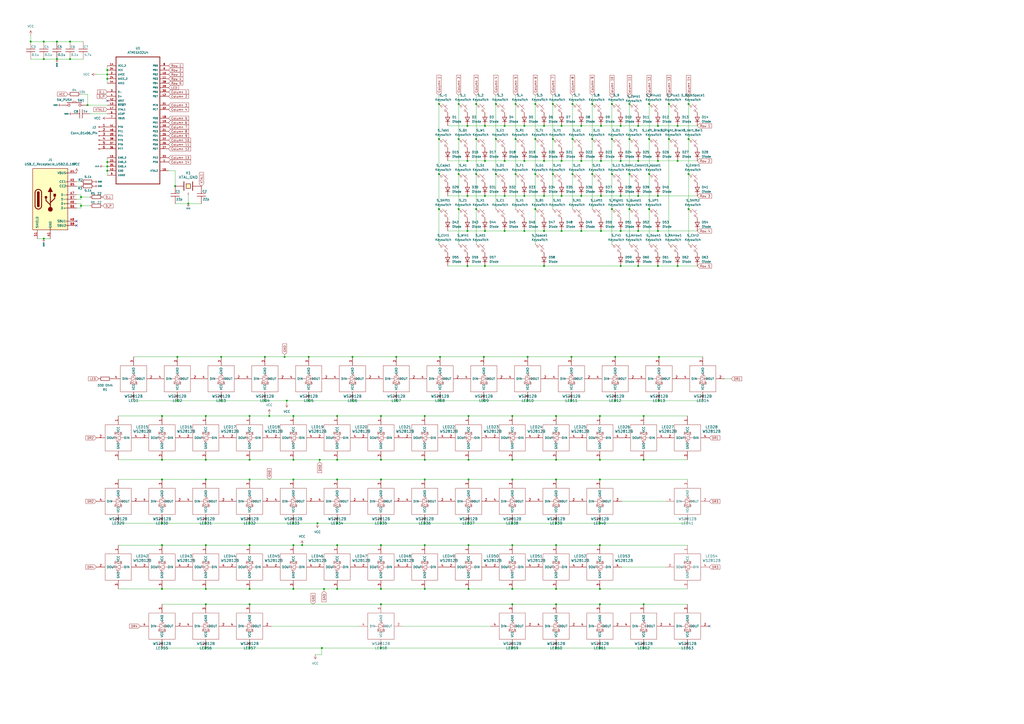
<source format=kicad_sch>
(kicad_sch (version 20231120) (generator "eeschema") (generator_version "8.0")
  (paper "A2")
  (title_block (title "Custom Keyboard") (date "2024-07-09") (rev "0") (company "Jackson & Avery LLC"))
  (lib_symbols
    (symbol "ATmega32U4:ATMEGA32U4" (pin_names (offset 1.016))
      (property "Reference" "U" (at -5.7912 34.4678 0))
      (property "Value" "ATMEGA32U4" (at -7.4422 -43.6118 0))
      (symbol "ATMEGA32U4_0_0"
        (pin bidirectional line (at 17.78 -27.94 180) (length 5.08) (name "PE6") (number "1"))
        (pin bidirectional line (at 17.78 22.86 180) (length 5.08) (name "PB2") (number "10"))
        (pin bidirectional line (at 17.78 20.32 180) (length 5.08) (name "PB3") (number "11"))
        (pin bidirectional line (at 17.78 10.16 180) (length 5.08) (name "PB7") (number "12"))
        (pin input line (at -17.78 5.08 0) (length 5.08) (name "~{RESET}") (number "13"))
        (pin power_in line (at -17.78 27.94 0) (length 5.08) (name "VCC_2") (number "14"))
        (pin passive line (at -17.78 -25.4 0) (length 5.08) (name "GND_2") (number "15"))
        (pin output line (at 17.78 -33.02 180) (length 5.08) (name "XTAL2") (number "16"))
        (pin input line (at -17.78 2.54 0) (length 5.08) (name "XTAL1") (number "17"))
        (pin bidirectional line (at 17.78 -2.54 180) (length 5.08) (name "PD0") (number "18"))
        (pin bidirectional line (at 17.78 -5.08 180) (length 5.08) (name "PD1") (number "19"))
        (pin power_in line (at -17.78 22.86 0) (length 5.08) (name "UVCC") (number "2"))
        (pin bidirectional line (at 17.78 -7.62 180) (length 5.08) (name "PD2") (number "20"))
        (pin bidirectional line (at 17.78 -10.16 180) (length 5.08) (name "PD3") (number "21"))
        (pin bidirectional line (at 17.78 -15.24 180) (length 5.08) (name "PD5") (number "22"))
        (pin passive line (at -17.78 -27.94 0) (length 5.08) (name "GND_3") (number "23"))
        (pin power_in line (at -17.78 20.32 0) (length 5.08) (name "AVCC_2") (number "24"))
        (pin bidirectional line (at 17.78 -12.7 180) (length 5.08) (name "PD4") (number "25"))
        (pin bidirectional line (at 17.78 -17.78 180) (length 5.08) (name "PD6") (number "26"))
        (pin bidirectional line (at 17.78 -20.32 180) (length 5.08) (name "PD7") (number "27"))
        (pin bidirectional line (at 17.78 17.78 180) (length 5.08) (name "PB4") (number "28"))
        (pin bidirectional line (at 17.78 15.24 180) (length 5.08) (name "PB5") (number "29"))
        (pin passive line (at -17.78 12.7 0) (length 5.08) (name "D-") (number "3"))
        (pin bidirectional line (at 17.78 12.7 180) (length 5.08) (name "PB6") (number "30"))
        (pin bidirectional line (at 17.78 5.08 180) (length 5.08) (name "PC6") (number "31"))
        (pin bidirectional line (at 17.78 2.54 180) (length 5.08) (name "PC7") (number "32"))
        (pin bidirectional line (at 17.78 -25.4 180) (length 5.08) (name "PE2") (number "33"))
        (pin power_in line (at -17.78 25.4 0) (length 5.08) (name "VCC") (number "34"))
        (pin passive line (at -17.78 -30.48 0) (length 5.08) (name "GND_4") (number "35"))
        (pin bidirectional line (at -17.78 -20.32 0) (length 5.08) (name "PF7") (number "36"))
        (pin bidirectional line (at -17.78 -17.78 0) (length 5.08) (name "PF6") (number "37"))
        (pin bidirectional line (at -17.78 -15.24 0) (length 5.08) (name "PF5") (number "38"))
        (pin bidirectional line (at -17.78 -12.7 0) (length 5.08) (name "PF4") (number "39"))
        (pin passive line (at -17.78 10.16 0) (length 5.08) (name "D+") (number "4"))
        (pin bidirectional line (at -17.78 -10.16 0) (length 5.08) (name "PF1") (number "40"))
        (pin bidirectional line (at -17.78 -7.62 0) (length 5.08) (name "PF0") (number "41"))
        (pin input line (at -17.78 7.62 0) (length 5.08) (name "AREF") (number "42"))
        (pin passive line (at -17.78 -33.02 0) (length 5.08) (name "GND") (number "43"))
        (pin power_in line (at -17.78 17.78 0) (length 5.08) (name "AVCC") (number "44"))
        (pin passive line (at -17.78 -35.56 0) (length 5.08) (name "UGND") (number "5"))
        (pin power_in line (at -17.78 0 0) (length 5.08) (name "UCAP") (number "6"))
        (pin input line (at -17.78 -2.54 0) (length 5.08) (name "VBUS") (number "7"))
        (pin bidirectional line (at 17.78 27.94 180) (length 5.08) (name "PB0") (number "8"))
        (pin bidirectional line (at 17.78 25.4 180) (length 5.08) (name "PB1") (number "9"))
      )
    )
    (symbol "Connector:Conn_01x06_Pin" (pin_names (offset 1.016) hide)
      (property "Reference" "J" (at 0 7.62 0))
      (property "Value" "Conn_01x06_Pin" (at 0 -10.16 0))
      (symbol "Conn_01x06_Pin_1_1"
        (pin passive line (at 5.08 5.08 180) (length 3.81) (name "Pin_1") (number "1"))
        (pin passive line (at 5.08 2.54 180) (length 3.81) (name "Pin_2") (number "2"))
        (pin passive line (at 5.08 0 180) (length 3.81) (name "Pin_3") (number "3"))
        (pin passive line (at 5.08 -2.54 180) (length 3.81) (name "Pin_4") (number "4"))
        (pin passive line (at 5.08 -5.08 180) (length 3.81) (name "Pin_5") (number "5"))
        (pin passive line (at 5.08 -7.62 180) (length 3.81) (name "Pin_6") (number "6"))
      )
    )
    (symbol "Connector:USB_C_Receptacle_USB2.0_16P" (pin_names (offset 1.016))
      (property "Reference" "J" (at 0 22.225 0))
      (property "Value" "USB_C_Receptacle_USB2.0_16P" (at 0 19.685 0))
      (symbol "USB_C_Receptacle_USB2.0_16P_1_1"
        (pin passive line (at 0 -22.86 90) (length 5.08) (name "GND") (number "A1"))
        (pin passive line (at 0 -22.86 90) (length 5.08) hide (name "GND") (number "A12"))
        (pin passive line (at 15.24 15.24 180) (length 5.08) (name "VBUS") (number "A4"))
        (pin bidirectional line (at 15.24 10.16 180) (length 5.08) (name "CC1") (number "A5"))
        (pin bidirectional line (at 15.24 -2.54 180) (length 5.08) (name "D+") (number "A6"))
        (pin bidirectional line (at 15.24 2.54 180) (length 5.08) (name "D-") (number "A7"))
        (pin bidirectional line (at 15.24 -12.7 180) (length 5.08) (name "SBU1") (number "A8"))
        (pin passive line (at 15.24 15.24 180) (length 5.08) hide (name "VBUS") (number "A9"))
        (pin passive line (at 0 -22.86 90) (length 5.08) hide (name "GND") (number "B1"))
        (pin passive line (at 0 -22.86 90) (length 5.08) hide (name "GND") (number "B12"))
        (pin passive line (at 15.24 15.24 180) (length 5.08) hide (name "VBUS") (number "B4"))
        (pin bidirectional line (at 15.24 7.62 180) (length 5.08) (name "CC2") (number "B5"))
        (pin bidirectional line (at 15.24 -5.08 180) (length 5.08) (name "D+") (number "B6"))
        (pin bidirectional line (at 15.24 0 180) (length 5.08) (name "D-") (number "B7"))
        (pin bidirectional line (at 15.24 -15.24 180) (length 5.08) (name "SBU2") (number "B8"))
        (pin passive line (at 15.24 15.24 180) (length 5.08) hide (name "VBUS") (number "B9"))
        (pin passive line (at -7.62 -22.86 90) (length 5.08) (name "SHIELD") (number "S1"))
      )
    )
    (symbol "Diode:1N4148" (pin_numbers hide) (pin_names hide)
      (property "Reference" "D" (at 0 2.54 0))
      (property "Value" "1N4148" (at 0 -2.54 0))
      (symbol "1N4148_1_1"
        (pin passive line (at -3.81 0 0) (length 2.54) (name "K") (number "1"))
        (pin passive line (at 3.81 0 180) (length 2.54) (name "A") (number "2"))
      )
    )
    (symbol "ScottoKeebs:Placeholder_Keyswitch" (pin_numbers hide) (pin_names (offset 1.016) hide)
      (property "Reference" "S" (at 3.048 1.016 0))
      (property "Value" "Keyswitch" (at 0 -3.81 0))
      (symbol "Placeholder_Keyswitch_0_1"
        (pin passive line (at -2.54 2.54 0) (length 0) (name "1") (number "1"))
        (pin passive line (at 2.54 -2.54 180) (length 0) (name "2") (number "2"))
      )
    )
    (symbol "ScottoKeebs:Placeholder_Resistor" (pin_numbers hide) (pin_names (offset 0))
      (property "Reference" "R" (at 0 2.032 0))
      (property "Value" "Resistor" (at 0 -2.54 0))
      (symbol "Placeholder_Resistor_1_1"
        (pin passive line (at -3.81 0 0) (length 1.27) (name "~") (number "1"))
        (pin passive line (at 3.81 0 180) (length 1.27) (name "~") (number "2"))
      )
    )
    (symbol "keyboard_parts:C" (pin_numbers hide) (pin_names (offset 0.254))
      (property "Reference" "C" (at 1.27 2.54 0))
      (property "Value" "C" (at 1.27 -2.54 0))
      (symbol "C_1_1"
        (pin passive line (at 0 5.08 270) (length 4.318) (name "~") (number "1"))
        (pin passive line (at 0 -5.08 90) (length 4.318) (name "~") (number "2"))
      )
    )
    (symbol "keyboard_parts:GND" (power) (pin_names (offset 0))
      (property "Value" "GND" (at 0 -2.54 0))
      (symbol "GND_0_0"
        (pin power_in line (at 0 0 90) (length 0) hide (name "+5V") (number "1"))
      )
    )
    (symbol "keyboard_parts:SW_PUSH" (pin_numbers hide) (pin_names (offset 1.016) hide)
      (property "Reference" "SW" (at 3.81 2.794 0))
      (property "Value" "SW_PUSH" (at 0 -2.032 0))
      (symbol "SW_PUSH_0_1"
        (pin passive inverted (at -7.62 0 0) (length 5.08) (name "1") (number "1"))
        (pin passive inverted (at 7.62 0 180) (length 5.08) (name "2") (number "2"))
      )
    )
    (symbol "keyboard_parts:XTAL_GND" (pin_numbers hide) (pin_names (offset 1.016) hide)
      (property "Reference" "X" (at 0 3.81 0))
      (property "Value" "XTAL_GND" (at 0 -3.81 0))
      (symbol "XTAL_GND_1_1"
        (pin passive line (at -7.62 0 0) (length 5.08) (name "1") (number "1"))
        (pin passive line (at 7.62 0 180) (length 5.08) (name "2") (number "2"))
        (pin passive line (at 0 -5.08 90) (length 1.27) (name "~") (number "3"))
      )
    )
    (symbol "power:VCC" (power) (pin_numbers hide) (pin_names (offset 0) hide)
      (property "Value" "VCC" (at 0 3.556 0))
      (symbol "VCC_1_1"
        (pin power_in line (at 0 0 90) (length 0) (name "~") (number "1"))
      )
    )
    (symbol "ws2812b:WS2812B" (pin_names (offset 1.016))
      (property "Reference" "LED2" (at 0 12.7 0))
      (property "Value" "WS2812B" (at 0 10.16 0))
      (symbol "WS2812B_0_0"
        (text "RGB" (at 0 2.54 0) (effects (font (size 1.524 1.524))))
      )
      (symbol "WS2812B_1_1"
        (pin power_in line (at 0 12.7 270) (length 5.0038) (name "VCC") (number "1"))
        (pin output line (at 12.7 0 180) (length 5.0038) (name "DOUT") (number "2"))
        (pin power_in line (at 0 -12.7 90) (length 5.0038) (name "GND") (number "3"))
        (pin input line (at -12.7 0 0) (length 5.0038) (name "DIN") (number "4"))
      )
    )
  )
  (junction (at 322.58 303.53))
  (junction (at 322.58 266.7))
  (junction (at 337.185 133.985))
  (junction (at 195.58 303.53))
  (junction (at 93.98 266.7))
  (junction (at 281.305 113.665))
  (junction (at 393.065 154.305))
  (junction (at 170.18 303.53))
  (junction (at 220.98 341.63))
  (junction (at 292.735 73.025))
  (junction (at 365.125 60.325))
  (junction (at 179.07 207.01))
  (junction (at 370.205 113.665))
  (junction (at 119.38 241.3))
  (junction (at 381.635 113.665))
  (junction (at 255.27 232.41))
  (junction (at 322.58 316.23))
  (junction (at 315.595 154.305))
  (junction (at 297.18 241.3))
  (junction (at 376.555 60.325))
  (junction (at 292.735 113.665))
  (junction (at 292.735 133.985))
  (junction (at 315.595 73.025))
  (junction (at 297.18 316.23))
  (junction (at 276.225 80.645))
  (junction (at 93.98 278.13))
  (junction (at 144.78 266.7))
  (junction (at 297.18 266.7))
  (junction (at 360.045 73.025))
  (junction (at 220.98 241.3))
  (junction (at 119.38 278.13))
  (junction (at 322.58 341.63))
  (junction (at 348.615 73.025))
  (junction (at 266.065 80.645))
  (junction (at 315.595 133.985))
  (junction (at 365.125 121.285))
  (junction (at 184.15 303.53))
  (junction (at 343.535 60.325))
  (junction (at 299.085 80.645))
  (junction (at 332.105 100.965))
  (junction (at 354.965 60.325))
  (junction (at 25.4 24.13))
  (junction (at 271.145 133.985))
  (junction (at 119.38 266.7))
  (junction (at 292.735 93.345))
  (junction (at 271.145 73.025))
  (junction (at 281.305 73.025))
  (junction (at 370.205 133.985))
  (junction (at 246.38 341.63))
  (junction (at 347.98 303.53))
  (junction (at 280.67 232.41))
  (junction (at 360.045 154.305))
  (junction (at 281.305 93.345))
  (junction (at 287.655 80.645))
  (junction (at 254.635 60.325))
  (junction (at 356.87 232.41))
  (junction (at 348.615 113.665))
  (junction (at 337.185 93.345))
  (junction (at 62.23 43.18))
  (junction (at 102.87 207.01))
  (junction (at 101.6 107.95))
  (junction (at 310.515 100.965))
  (junction (at 299.085 100.965))
  (junction (at 347.98 350.52))
  (junction (at 337.185 73.025))
  (junction (at 170.18 241.3))
  (junction (at 254.635 80.645))
  (junction (at 175.26 316.23))
  (junction (at 271.145 93.345))
  (junction (at 246.38 303.53))
  (junction (at 393.065 93.345))
  (junction (at 271.145 154.305))
  (junction (at 322.58 350.52))
  (junction (at 25.4 138.43))
  (junction (at 348.615 93.345))
  (junction (at 310.515 80.645))
  (junction (at 347.98 375.92))
  (junction (at 393.065 73.025))
  (junction (at 62.23 93.98))
  (junction (at 128.27 207.01))
  (junction (at 325.755 133.985))
  (junction (at 187.96 341.63))
  (junction (at 144.78 375.92))
  (junction (at 347.98 266.7))
  (junction (at 46.99 114.3))
  (junction (at 102.87 232.41))
  (junction (at 266.065 100.965))
  (junction (at 281.305 154.305))
  (junction (at 156.21 241.3))
  (junction (at 220.98 278.13))
  (junction (at 271.78 241.3))
  (junction (at 348.615 133.985))
  (junction (at 229.87 207.01))
  (junction (at 220.98 266.7))
  (junction (at 347.98 316.23))
  (junction (at 93.98 341.63))
  (junction (at 381.635 133.985))
  (junction (at 195.58 278.13))
  (junction (at 185.42 266.7))
  (junction (at 195.58 241.3))
  (junction (at 399.415 121.285))
  (junction (at 365.125 100.965))
  (junction (at 297.18 341.63))
  (junction (at 93.98 303.53))
  (junction (at 373.38 375.92))
  (junction (at 50.8 60.96))
  (junction (at 204.47 232.41))
  (junction (at 297.18 278.13))
  (junction (at 109.22 118.11))
  (junction (at 153.67 207.01))
  (junction (at 276.225 60.325))
  (junction (at 343.535 100.965))
  (junction (at 382.27 232.41))
  (junction (at 93.98 316.23))
  (junction (at 255.27 207.01))
  (junction (at 304.165 133.985))
  (junction (at 144.78 341.63))
  (junction (at 40.64 34.29))
  (junction (at 320.675 100.965))
  (junction (at 153.67 232.41))
  (junction (at 325.755 113.665))
  (junction (at 325.755 73.025))
  (junction (at 332.105 80.645))
  (junction (at 165.1 207.01))
  (junction (at 246.38 278.13))
  (junction (at 144.78 278.13))
  (junction (at 195.58 266.7))
  (junction (at 376.555 121.285))
  (junction (at 271.78 341.63))
  (junction (at 304.165 113.665))
  (junction (at 370.205 93.345))
  (junction (at 381.635 154.305))
  (junction (at 62.23 40.64))
  (junction (at 204.47 207.01))
  (junction (at 271.78 278.13))
  (junction (at 299.085 60.325))
  (junction (at 119.38 316.23))
  (junction (at 399.415 100.965))
  (junction (at 93.98 241.3))
  (junction (at 360.045 93.345))
  (junction (at 220.98 303.53))
  (junction (at 354.965 100.965))
  (junction (at 331.47 207.01))
  (junction (at 360.045 113.665))
  (junction (at 347.98 341.63))
  (junction (at 266.065 121.285))
  (junction (at 332.105 60.325))
  (junction (at 360.045 133.985))
  (junction (at 62.23 96.52))
  (junction (at 220.98 350.52))
  (junction (at 320.675 80.645))
  (junction (at 347.98 241.3))
  (junction (at 315.595 93.345))
  (junction (at 144.78 316.23))
  (junction (at 40.64 24.13))
  (junction (at 62.23 99.06))
  (junction (at 320.675 60.325))
  (junction (at 365.125 80.645))
  (junction (at 373.38 241.3))
  (junction (at 144.78 303.53))
  (junction (at 128.27 232.41))
  (junction (at 297.18 375.92))
  (junction (at 17.78 24.13))
  (junction (at 287.655 100.965))
  (junction (at 246.38 316.23))
  (junction (at 370.205 73.025))
  (junction (at 306.07 232.41))
  (junction (at 315.595 113.665))
  (junction (at 325.755 93.345))
  (junction (at 119.38 375.92))
  (junction (at 373.38 350.52))
  (junction (at 271.78 303.53))
  (junction (at 144.78 350.52))
  (junction (at 381.635 93.345))
  (junction (at 220.98 316.23))
  (junction (at 373.38 266.7))
  (junction (at 382.27 207.01))
  (junction (at 254.635 121.285))
  (junction (at 399.415 60.325))
  (junction (at 356.87 207.01))
  (junction (at 376.555 80.645))
  (junction (at 166.37 232.41))
  (junction (at 170.18 266.7))
  (junction (at 310.515 60.325))
  (junction (at 246.38 241.3))
  (junction (at 297.18 303.53))
  (junction (at 25.4 34.29))
  (junction (at 304.165 73.025))
  (junction (at 186.69 375.92))
  (junction (at 281.305 133.985))
  (junction (at 271.78 266.7))
  (junction (at 331.47 232.41))
  (junction (at 387.985 60.325))
  (junction (at 304.165 93.345))
  (junction (at 276.225 100.965))
  (junction (at 322.58 278.13))
  (junction (at 306.07 207.01))
  (junction (at 33.02 24.13))
  (junction (at 271.145 113.665))
  (junction (at 354.965 80.645))
  (junction (at 354.965 121.285))
  (junction (at 33.02 34.29))
  (junction (at 246.38 266.7))
  (junction (at 280.67 207.01))
  (junction (at 347.98 278.13))
  (junction (at 220.98 375.92))
  (junction (at 337.185 113.665))
  (junction (at 399.415 80.645))
  (junction (at 144.78 241.3))
  (junction (at 266.065 60.325))
  (junction (at 343.535 80.645))
  (junction (at 119.38 303.53))
  (junction (at 276.225 121.285))
  (junction (at 195.58 316.23))
  (junction (at 179.07 232.41))
  (junction (at 322.58 241.3))
  (junction (at 271.78 316.23))
  (junction (at 62.23 45.72))
  (junction (at 287.655 60.325))
  (junction (at 297.18 350.52))
  (junction (at 170.18 278.13))
  (junction (at 170.18 341.63))
  (junction (at 119.38 341.63))
  (junction (at 322.58 375.92))
  (junction (at 170.18 316.23))
  (junction (at 119.38 350.52))
  (junction (at 381.635 73.025))
  (junction (at 376.555 100.965))
  (junction (at 370.205 154.305))
  (junction (at 46.99 119.38))
  (junction (at 254.635 100.965))
  (junction (at 229.87 232.41))
  (junction (at 387.985 80.645))
  (junction (at 310.515 121.285))
  (junction (at 195.58 341.63))
  (no_connect (at 44.45 128.27))
  (no_connect (at 62.23 58.42))
  (no_connect (at 44.45 130.81))
  (no_connect (at 411.48 363.22))
  (wire (pts (xy 175.26 316.23) (xy 195.58 316.23)))
  (wire (pts (xy 370.205 133.985) (xy 381.635 133.985)))
  (wire (pts (xy 185.42 266.7) (xy 195.58 266.7)))
  (wire (pts (xy 373.38 350.52) (xy 398.78 350.52)))
  (wire (pts (xy 325.755 113.665) (xy 337.185 113.665)))
  (wire (pts (xy 271.78 341.63) (xy 297.18 341.63)))
  (wire (pts (xy 62.23 96.52) (xy 62.23 99.06)))
  (wire (pts (xy 276.225 60.325) (xy 276.225 80.645)))
  (wire (pts (xy 186.69 375.92) (xy 220.98 375.92)))
  (wire (pts (xy 348.615 133.985) (xy 360.045 133.985)))
  (wire (pts (xy 220.98 266.7) (xy 246.38 266.7)))
  (wire (pts (xy 310.515 60.325) (xy 310.515 80.645)))
  (wire (pts (xy 373.38 266.7) (xy 398.78 266.7)))
  (wire (pts (xy 170.18 266.7) (xy 185.42 266.7)))
  (wire (pts (xy 62.23 40.64) (xy 62.23 43.18)))
  (wire (pts (xy 381.635 113.665) (xy 404.495 113.665)))
  (wire (pts (xy 322.58 241.3) (xy 347.98 241.3)))
  (wire (pts (xy 297.18 350.52) (xy 322.58 350.52)))
  (wire (pts (xy 166.37 233.68) (xy 166.37 232.41)))
  (wire (pts (xy 271.145 113.665) (xy 281.305 113.665)))
  (wire (pts (xy 322.58 266.7) (xy 347.98 266.7)))
  (wire (pts (xy 144.78 316.23) (xy 170.18 316.23)))
  (wire (pts (xy 25.4 24.13) (xy 33.02 24.13)))
  (wire (pts (xy 354.965 80.645) (xy 354.965 100.965)))
  (wire (pts (xy 354.965 60.325) (xy 354.965 80.645)))
  (wire (pts (xy 297.18 375.92) (xy 322.58 375.92)))
  (wire (pts (xy 170.18 303.53) (xy 184.15 303.53)))
  (wire (pts (xy 399.415 121.285) (xy 399.415 141.605)))
  (wire (pts (xy 266.065 121.285) (xy 266.065 141.605)))
  (wire (pts (xy 259.715 113.665) (xy 271.145 113.665)))
  (wire (pts (xy 276.225 80.645) (xy 276.225 100.965)))
  (wire (pts (xy 325.755 73.025) (xy 337.185 73.025)))
  (wire (pts (xy 17.78 24.13) (xy 25.4 24.13)))
  (wire (pts (xy 315.595 93.345) (xy 325.755 93.345)))
  (wire (pts (xy 280.67 232.41) (xy 306.07 232.41)))
  (wire (pts (xy 382.27 207.01) (xy 407.67 207.01)))
  (wire (pts (xy 306.07 232.41) (xy 331.47 232.41)))
  (wire (pts (xy 254.635 100.965) (xy 254.635 121.285)))
  (wire (pts (xy 287.655 55.245) (xy 287.655 60.325)))
  (wire (pts (xy 370.205 93.345) (xy 381.635 93.345)))
  (wire (pts (xy 55.88 43.18) (xy 62.23 43.18)))
  (wire (pts (xy 271.78 241.3) (xy 297.18 241.3)))
  (wire (pts (xy 52.07 119.38) (xy 46.99 119.38)))
  (wire (pts (xy 220.98 278.13) (xy 195.58 278.13)))
  (wire (pts (xy 254.635 55.245) (xy 254.635 60.325)))
  (wire (pts (xy 156.21 241.3) (xy 170.18 241.3)))
  (wire (pts (xy 254.635 80.645) (xy 254.635 100.965)))
  (wire (pts (xy 40.64 34.29) (xy 48.26 34.29)))
  (wire (pts (xy 255.27 207.01) (xy 280.67 207.01)))
  (wire (pts (xy 266.065 55.245) (xy 266.065 60.325)))
  (wire (pts (xy 315.595 154.305) (xy 360.045 154.305)))
  (wire (pts (xy 356.87 232.41) (xy 382.27 232.41)))
  (wire (pts (xy 322.58 278.13) (xy 347.98 278.13)))
  (wire (pts (xy 365.125 80.645) (xy 365.125 100.965)))
  (wire (pts (xy 259.715 93.345) (xy 271.145 93.345)))
  (wire (pts (xy 93.98 241.3) (xy 119.38 241.3)))
  (wire (pts (xy 370.205 113.665) (xy 381.635 113.665)))
  (wire (pts (xy 220.98 350.52) (xy 297.18 350.52)))
  (wire (pts (xy 360.045 154.305) (xy 370.205 154.305)))
  (wire (pts (xy 382.27 232.41) (xy 407.67 232.41)))
  (wire (pts (xy 287.655 100.965) (xy 287.655 121.285)))
  (wire (pts (xy 337.185 73.025) (xy 348.615 73.025)))
  (wire (pts (xy 365.125 60.325) (xy 365.125 80.645)))
  (wire (pts (xy 46.99 105.41) (xy 44.45 105.41)))
  (wire (pts (xy 62.23 45.72) (xy 62.23 48.26)))
  (wire (pts (xy 310.515 80.645) (xy 310.515 100.965)))
  (wire (pts (xy 62.23 99.06) (xy 62.23 101.6)))
  (wire (pts (xy 204.47 232.41) (xy 229.87 232.41)))
  (wire (pts (xy 376.555 121.285) (xy 376.555 141.605)))
  (wire (pts (xy 420.37 219.71) (xy 424.18 219.71)))
  (wire (pts (xy 348.615 113.665) (xy 360.045 113.665)))
  (wire (pts (xy 337.185 93.345) (xy 348.615 93.345)))
  (wire (pts (xy 68.58 266.7) (xy 93.98 266.7)))
  (wire (pts (xy 347.98 350.52) (xy 373.38 350.52)))
  (wire (pts (xy 299.085 60.325) (xy 299.085 80.645)))
  (wire (pts (xy 68.58 278.13) (xy 93.98 278.13)))
  (wire (pts (xy 101.6 118.11) (xy 109.22 118.11)))
  (wire (pts (xy 21.59 138.43) (xy 25.4 138.43)))
  (wire (pts (xy 46.99 114.3) (xy 46.99 115.57)))
  (wire (pts (xy 93.98 350.52) (xy 119.38 350.52)))
  (wire (pts (xy 233.68 363.22) (xy 284.48 363.22)))
  (wire (pts (xy 365.125 100.965) (xy 365.125 121.285)))
  (wire (pts (xy 68.58 316.23) (xy 93.98 316.23)))
  (wire (pts (xy 179.07 232.41) (xy 204.47 232.41)))
  (wire (pts (xy 59.69 96.52) (xy 62.23 96.52)))
  (wire (pts (xy 347.98 375.92) (xy 373.38 375.92)))
  (wire (pts (xy 354.965 56.515) (xy 354.965 60.325)))
  (wire (pts (xy 304.165 133.985) (xy 315.595 133.985)))
  (wire (pts (xy 52.07 114.3) (xy 46.99 114.3)))
  (wire (pts (xy 276.225 55.245) (xy 276.225 60.325)))
  (wire (pts (xy 325.755 133.985) (xy 337.185 133.985)))
  (wire (pts (xy 46.99 118.11) (xy 46.99 119.38)))
  (wire (pts (xy 128.27 232.41) (xy 153.67 232.41)))
  (wire (pts (xy 25.4 138.43) (xy 29.21 138.43)))
  (wire (pts (xy 144.78 278.13) (xy 170.18 278.13)))
  (wire (pts (xy 373.38 241.3) (xy 398.78 241.3)))
  (wire (pts (xy 347.98 278.13) (xy 398.78 278.13)))
  (wire (pts (xy 46.99 107.95) (xy 44.45 107.95)))
  (wire (pts (xy 322.58 341.63) (xy 347.98 341.63)))
  (wire (pts (xy 52.07 66.04) (xy 62.23 66.04)))
  (wire (pts (xy 271.78 303.53) (xy 297.18 303.53)))
  (wire (pts (xy 153.67 232.41) (xy 166.37 232.41)))
  (wire (pts (xy 254.635 121.285) (xy 254.635 141.605)))
  (wire (pts (xy 119.38 341.63) (xy 144.78 341.63)))
  (wire (pts (xy 246.38 303.53) (xy 271.78 303.53)))
  (wire (pts (xy 259.715 133.985) (xy 271.145 133.985)))
  (wire (pts (xy 93.98 266.7) (xy 119.38 266.7)))
  (wire (pts (xy 370.205 73.025) (xy 381.635 73.025)))
  (wire (pts (xy 119.38 241.3) (xy 144.78 241.3)))
  (wire (pts (xy 97.79 99.06) (xy 101.6 99.06)))
  (wire (pts (xy 332.105 100.965) (xy 332.105 121.285)))
  (wire (pts (xy 292.735 113.665) (xy 304.165 113.665)))
  (wire (pts (xy 347.98 266.7) (xy 373.38 266.7)))
  (wire (pts (xy 246.38 266.7) (xy 271.78 266.7)))
  (wire (pts (xy 46.99 54.61) (xy 50.8 54.61)))
  (wire (pts (xy 271.78 316.23) (xy 297.18 316.23)))
  (wire (pts (xy 297.18 278.13) (xy 322.58 278.13)))
  (wire (pts (xy 246.38 241.3) (xy 271.78 241.3)))
  (wire (pts (xy 255.27 232.41) (xy 280.67 232.41)))
  (wire (pts (xy 156.21 240.03) (xy 156.21 241.3)))
  (wire (pts (xy 332.105 80.645) (xy 332.105 100.965)))
  (wire (pts (xy 310.515 100.965) (xy 310.515 121.285)))
  (wire (pts (xy 399.415 56.515) (xy 399.415 60.325)))
  (wire (pts (xy 182.88 379.73) (xy 186.69 379.73)))
  (wire (pts (xy 310.515 121.285) (xy 310.515 141.605)))
  (wire (pts (xy 271.145 73.025) (xy 281.305 73.025)))
  (wire (pts (xy 376.555 60.325) (xy 376.555 80.645)))
  (wire (pts (xy 310.515 55.245) (xy 310.515 60.325)))
  (wire (pts (xy 299.085 80.645) (xy 299.085 100.965)))
  (wire (pts (xy 399.415 80.645) (xy 399.415 100.965)))
  (wire (pts (xy 322.58 375.92) (xy 347.98 375.92)))
  (wire (pts (xy 292.735 73.025) (xy 304.165 73.025)))
  (wire (pts (xy 93.98 303.53) (xy 119.38 303.53)))
  (wire (pts (xy 33.02 34.29) (xy 40.64 34.29)))
  (wire (pts (xy 297.18 266.7) (xy 322.58 266.7)))
  (wire (pts (xy 254.635 60.325) (xy 254.635 80.645)))
  (wire (pts (xy 287.655 80.645) (xy 287.655 100.965)))
  (wire (pts (xy 337.185 133.985) (xy 348.615 133.985)))
  (wire (pts (xy 44.45 115.57) (xy 46.99 115.57)))
  (wire (pts (xy 144.78 375.92) (xy 186.69 375.92)))
  (wire (pts (xy 259.715 154.305) (xy 271.145 154.305)))
  (wire (pts (xy 280.67 207.01) (xy 306.07 207.01)))
  (wire (pts (xy 292.735 93.345) (xy 304.165 93.345)))
  (wire (pts (xy 393.065 73.025) (xy 404.495 73.025)))
  (wire (pts (xy 299.085 100.965) (xy 299.085 121.285)))
  (wire (pts (xy 337.185 113.665) (xy 348.615 113.665)))
  (wire (pts (xy 393.065 93.345) (xy 404.495 93.345)))
  (wire (pts (xy 246.38 341.63) (xy 271.78 341.63)))
  (wire (pts (xy 386.08 290.83) (xy 360.68 290.83)))
  (wire (pts (xy 322.58 303.53) (xy 347.98 303.53)))
  (wire (pts (xy 220.98 303.53) (xy 195.58 303.53)))
  (wire (pts (xy 320.675 55.245) (xy 320.675 60.325)))
  (wire (pts (xy 165.1 205.74) (xy 165.1 207.01)))
  (wire (pts (xy 304.165 73.025) (xy 315.595 73.025)))
  (wire (pts (xy 220.98 375.92) (xy 297.18 375.92)))
  (wire (pts (xy 119.38 316.23) (xy 144.78 316.23)))
  (wire (pts (xy 17.78 34.29) (xy 25.4 34.29)))
  (wire (pts (xy 281.305 113.665) (xy 292.735 113.665)))
  (wire (pts (xy 386.08 328.93) (xy 360.68 328.93)))
  (wire (pts (xy 204.47 207.01) (xy 229.87 207.01)))
  (wire (pts (xy 46.99 119.38) (xy 46.99 120.65)))
  (wire (pts (xy 109.22 118.11) (xy 116.84 118.11)))
  (wire (pts (xy 119.38 303.53) (xy 144.78 303.53)))
  (wire (pts (xy 144.78 303.53) (xy 170.18 303.53)))
  (wire (pts (xy 170.18 316.23) (xy 175.26 316.23)))
  (wire (pts (xy 220.98 241.3) (xy 246.38 241.3)))
  (wire (pts (xy 170.18 341.63) (xy 187.96 341.63)))
  (wire (pts (xy 271.145 133.985) (xy 281.305 133.985)))
  (wire (pts (xy 281.305 73.025) (xy 292.735 73.025)))
  (wire (pts (xy 44.45 118.11) (xy 46.99 118.11)))
  (wire (pts (xy 297.18 341.63) (xy 322.58 341.63)))
  (wire (pts (xy 297.18 241.3) (xy 322.58 241.3)))
  (wire (pts (xy 62.23 38.1) (xy 62.23 40.64)))
  (wire (pts (xy 343.535 100.965) (xy 343.535 121.285)))
  (wire (pts (xy 381.635 154.305) (xy 393.065 154.305)))
  (wire (pts (xy 348.615 73.025) (xy 360.045 73.025)))
  (wire (pts (xy 186.69 379.73) (xy 186.69 375.92)))
  (wire (pts (xy 266.065 100.965) (xy 266.065 121.285)))
  (wire (pts (xy 299.085 55.245) (xy 299.085 60.325)))
  (wire (pts (xy 266.065 80.645) (xy 266.065 100.965)))
  (wire (pts (xy 185.42 267.97) (xy 185.42 266.7)))
  (wire (pts (xy 109.22 113.03) (xy 109.22 118.11)))
  (wire (pts (xy 184.15 303.53) (xy 195.58 303.53)))
  (wire (pts (xy 320.675 100.965) (xy 320.675 121.285)))
  (wire (pts (xy 393.065 154.305) (xy 404.495 154.305)))
  (wire (pts (xy 68.58 241.3) (xy 93.98 241.3)))
  (wire (pts (xy 297.18 316.23) (xy 322.58 316.23)))
  (wire (pts (xy 170.18 278.13) (xy 195.58 278.13)))
  (wire (pts (xy 376.555 56.515) (xy 376.555 60.325)))
  (wire (pts (xy 322.58 350.52) (xy 347.98 350.52)))
  (wire (pts (xy 347.98 241.3) (xy 373.38 241.3)))
  (wire (pts (xy 271.78 278.13) (xy 297.18 278.13)))
  (wire (pts (xy 347.98 303.53) (xy 398.78 303.53)))
  (wire (pts (xy 50.8 54.61) (xy 50.8 60.96)))
  (wire (pts (xy 77.47 207.01) (xy 102.87 207.01)))
  (wire (pts (xy 399.415 100.965) (xy 399.415 121.285)))
  (wire (pts (xy 271.78 266.7) (xy 297.18 266.7)))
  (wire (pts (xy 229.87 232.41) (xy 255.27 232.41)))
  (wire (pts (xy 68.58 341.63) (xy 93.98 341.63)))
  (wire (pts (xy 187.96 341.63) (xy 195.58 341.63)))
  (wire (pts (xy 195.58 341.63) (xy 220.98 341.63)))
  (wire (pts (xy 165.1 207.01) (xy 179.07 207.01)))
  (wire (pts (xy 119.38 375.92) (xy 144.78 375.92)))
  (wire (pts (xy 50.8 60.96) (xy 62.23 60.96)))
  (wire (pts (xy 195.58 316.23) (xy 220.98 316.23)))
  (wire (pts (xy 271.145 93.345) (xy 281.305 93.345)))
  (wire (pts (xy 44.45 113.03) (xy 46.99 113.03)))
  (wire (pts (xy 297.18 303.53) (xy 322.58 303.53)))
  (wire (pts (xy 365.125 121.285) (xy 365.125 141.605)))
  (wire (pts (xy 246.38 316.23) (xy 271.78 316.23)))
  (wire (pts (xy 220.98 341.63) (xy 246.38 341.63)))
  (wire (pts (xy 144.78 241.3) (xy 156.21 241.3)))
  (wire (pts (xy 343.535 60.325) (xy 343.535 80.645)))
  (wire (pts (xy 62.23 43.18) (xy 62.23 45.72)))
  (wire (pts (xy 343.535 55.245) (xy 343.535 60.325)))
  (wire (pts (xy 325.755 93.345) (xy 337.185 93.345)))
  (wire (pts (xy 246.38 278.13) (xy 271.78 278.13)))
  (wire (pts (xy 347.98 316.23) (xy 398.78 316.23)))
  (wire (pts (xy 208.28 363.22) (xy 157.48 363.22)))
  (wire (pts (xy 179.07 207.01) (xy 204.47 207.01)))
  (wire (pts (xy 304.165 93.345) (xy 315.595 93.345)))
  (wire (pts (xy 128.27 207.01) (xy 153.67 207.01)))
  (wire (pts (xy 17.78 20.32) (xy 17.78 24.13)))
  (wire (pts (xy 266.065 60.325) (xy 266.065 80.645)))
  (wire (pts (xy 360.045 73.025) (xy 370.205 73.025)))
  (wire (pts (xy 365.125 56.515) (xy 365.125 60.325)))
  (wire (pts (xy 119.38 278.13) (xy 144.78 278.13)))
  (wire (pts (xy 102.87 207.01) (xy 128.27 207.01)))
  (wire (pts (xy 354.965 100.965) (xy 354.965 121.285)))
  (wire (pts (xy 360.045 113.665) (xy 370.205 113.665)))
  (wire (pts (xy 170.18 241.3) (xy 195.58 241.3)))
  (wire (pts (xy 399.415 60.325) (xy 399.415 80.645)))
  (wire (pts (xy 44.45 120.65) (xy 46.99 120.65)))
  (wire (pts (xy 331.47 232.41) (xy 356.87 232.41)))
  (wire (pts (xy 347.98 341.63) (xy 398.78 341.63)))
  (wire (pts (xy 331.47 207.01) (xy 356.87 207.01)))
  (wire (pts (xy 62.23 93.98) (xy 62.23 96.52)))
  (wire (pts (xy 144.78 266.7) (xy 170.18 266.7)))
  (wire (pts (xy 102.87 232.41) (xy 128.27 232.41)))
  (wire (pts (xy 93.98 341.63) (xy 119.38 341.63)))
  (wire (pts (xy 68.58 303.53) (xy 93.98 303.53)))
  (wire (pts (xy 93.98 316.23) (xy 119.38 316.23)))
  (wire (pts (xy 332.105 60.325) (xy 332.105 80.645)))
  (wire (pts (xy 187.96 342.9) (xy 187.96 341.63)))
  (wire (pts (xy 153.67 207.01) (xy 165.1 207.01)))
  (wire (pts (xy 281.305 154.305) (xy 315.595 154.305)))
  (wire (pts (xy 229.87 207.01) (xy 255.27 207.01)))
  (wire (pts (xy 332.105 55.245) (xy 332.105 60.325)))
  (wire (pts (xy 25.4 34.29) (xy 33.02 34.29)))
  (wire (pts (xy 259.715 73.025) (xy 271.145 73.025)))
  (wire (pts (xy 62.23 91.44) (xy 62.23 93.98)))
  (wire (pts (xy 144.78 350.52) (xy 220.98 350.52)))
  (wire (pts (xy 271.145 154.305) (xy 281.305 154.305)))
  (wire (pts (xy 119.38 350.52) (xy 144.78 350.52)))
  (wire (pts (xy 144.78 341.63) (xy 170.18 341.63)))
  (wire (pts (xy 356.87 207.01) (xy 382.27 207.01)))
  (wire (pts (xy 246.38 278.13) (xy 220.98 278.13)))
  (wire (pts (xy 281.305 93.345) (xy 292.735 93.345)))
  (wire (pts (xy 387.985 80.645) (xy 387.985 141.605)))
  (wire (pts (xy 381.635 73.025) (xy 393.065 73.025)))
  (wire (pts (xy 360.045 133.985) (xy 370.205 133.985)))
  (wire (pts (xy 373.38 375.92) (xy 398.78 375.92)))
  (wire (pts (xy 304.165 113.665) (xy 315.595 113.665)))
  (wire (pts (xy 360.045 93.345) (xy 370.205 93.345)))
  (wire (pts (xy 322.58 316.23) (xy 347.98 316.23)))
  (wire (pts (xy 320.675 80.645) (xy 320.675 100.965)))
  (wire (pts (xy 101.6 99.06) (xy 101.6 107.95)))
  (wire (pts (xy 276.225 121.285) (xy 276.225 141.605)))
  (wire (pts (xy 195.58 266.7) (xy 220.98 266.7)))
  (wire (pts (xy 93.98 278.13) (xy 119.38 278.13)))
  (wire (pts (xy 381.635 93.345) (xy 393.065 93.345)))
  (wire (pts (xy 376.555 100.965) (xy 376.555 121.285)))
  (wire (pts (xy 93.98 375.92) (xy 119.38 375.92)))
  (wire (pts (xy 348.615 93.345) (xy 360.045 93.345)))
  (wire (pts (xy 33.02 24.13) (xy 40.64 24.13)))
  (wire (pts (xy 387.985 60.325) (xy 387.985 80.645)))
  (wire (pts (xy 119.38 266.7) (xy 144.78 266.7)))
  (wire (pts (xy 220.98 316.23) (xy 246.38 316.23)))
  (wire (pts (xy 381.635 133.985) (xy 404.495 133.985)))
  (wire (pts (xy 315.595 113.665) (xy 325.755 113.665)))
  (wire (pts (xy 306.07 207.01) (xy 331.47 207.01)))
  (wire (pts (xy 315.595 133.985) (xy 325.755 133.985)))
  (wire (pts (xy 166.37 232.41) (xy 179.07 232.41)))
  (wire (pts (xy 376.555 80.645) (xy 376.555 100.965)))
  (wire (pts (xy 276.225 100.965) (xy 276.225 121.285)))
  (wire (pts (xy 315.595 73.025) (xy 325.755 73.025)))
  (wire (pts (xy 292.735 133.985) (xy 304.165 133.985)))
  (wire (pts (xy 343.535 80.645) (xy 343.535 100.965)))
  (wire (pts (xy 281.305 133.985) (xy 292.735 133.985)))
  (wire (pts (xy 40.64 24.13) (xy 48.26 24.13)))
  (wire (pts (xy 370.205 154.305) (xy 381.635 154.305)))
  (wire (pts (xy 320.675 60.325) (xy 320.675 80.645)))
  (wire (pts (xy 46.99 113.03) (xy 46.99 114.3)))
  (wire (pts (xy 387.985 56.515) (xy 387.985 60.325)))
  (wire (pts (xy 354.965 121.285) (xy 354.965 141.605)))
  (wire (pts (xy 77.47 232.41) (xy 102.87 232.41)))
  (wire (pts (xy 246.38 303.53) (xy 220.98 303.53)))
  (wire (pts (xy 287.655 60.325) (xy 287.655 80.645)))
  (wire (pts (xy 195.58 241.3) (xy 220.98 241.3)))
  (global_label "Column 14" (shape input) (at 399.415 56.515 90) (property "Intersheetrefs" "${INTERSHEET_REFS}" (effects (hide yes))))
  (global_label "Row 3" (shape input) (at 97.79 43.18 0) (property "Intersheetrefs" "${INTERSHEET_REFS}" (effects (hide yes))))
  (global_label "D_L" (shape input) (at 62.23 53.34 180) (property "Intersheetrefs" "${INTERSHEET_REFS}" (effects (hide yes))))
  (global_label "DR4" (shape input) (at 55.88 328.93 180) (property "Intersheetrefs" "${INTERSHEET_REFS}" (effects (hide yes))))
  (global_label "Column 9" (shape input) (at 343.535 55.245 90) (property "Intersheetrefs" "${INTERSHEET_REFS}" (effects (hide yes))))
  (global_label "GND" (shape input) (at 165.1 205.74 90) (property "Intersheetrefs" "${INTERSHEET_REFS}" (effects (hide yes))))
  (global_label "Column 9" (shape input) (at 97.79 78.74 0) (property "Intersheetrefs" "${INTERSHEET_REFS}" (effects (hide yes))))
  (global_label "XTAL1" (shape input) (at 116.84 107.95 90) (property "Intersheetrefs" "${INTERSHEET_REFS}" (effects (hide yes))))
  (global_label "Column 14" (shape input) (at 97.79 93.98 0) (property "Intersheetrefs" "${INTERSHEET_REFS}" (effects (hide yes))))
  (global_label "Column 1" (shape input) (at 97.79 53.34 0) (property "Intersheetrefs" "${INTERSHEET_REFS}" (effects (hide yes))))
  (global_label "DR2" (shape input) (at 55.88 290.83 180) (property "Intersheetrefs" "${INTERSHEET_REFS}" (effects (hide yes))))
  (global_label "Column 8" (shape input) (at 332.105 55.245 90) (property "Intersheetrefs" "${INTERSHEET_REFS}" (effects (hide yes))))
  (global_label "Column 2" (shape input) (at 97.79 55.88 0) (property "Intersheetrefs" "${INTERSHEET_REFS}" (effects (hide yes))))
  (global_label "Column 6" (shape input) (at 310.515 55.245 90) (property "Intersheetrefs" "${INTERSHEET_REFS}" (effects (hide yes))))
  (global_label "GND" (shape input) (at 156.21 278.13 90) (property "Intersheetrefs" "${INTERSHEET_REFS}" (effects (hide yes))))
  (global_label "DR4" (shape input) (at 81.28 363.22 180) (property "Intersheetrefs" "${INTERSHEET_REFS}" (effects (hide yes))))
  (global_label "Row 2" (shape input) (at 404.495 93.345 0) (property "Intersheetrefs" "${INTERSHEET_REFS}" (effects (hide yes))))
  (global_label "GND" (shape input) (at 187.96 342.9 270) (property "Intersheetrefs" "${INTERSHEET_REFS}" (effects (hide yes))))
  (global_label "Column 13" (shape input) (at 387.985 56.515 90) (property "Intersheetrefs" "${INTERSHEET_REFS}" (effects (hide yes))))
  (global_label "D_L" (shape input) (at 59.69 114.3 0) (property "Intersheetrefs" "${INTERSHEET_REFS}" (effects (hide yes))))
  (global_label "Column 5" (shape input) (at 97.79 68.58 0) (property "Intersheetrefs" "${INTERSHEET_REFS}" (effects (hide yes))))
  (global_label "DR1" (shape input) (at 424.18 219.71 0) (property "Intersheetrefs" "${INTERSHEET_REFS}" (effects (hide yes))))
  (global_label "Column 12" (shape input) (at 97.79 86.36 0) (property "Intersheetrefs" "${INTERSHEET_REFS}" (effects (hide yes))))
  (global_label "DR2" (shape input) (at 55.88 254 180) (property "Intersheetrefs" "${INTERSHEET_REFS}" (effects (hide yes))))
  (global_label "LED" (shape input) (at 57.15 219.71 180) (property "Intersheetrefs" "${INTERSHEET_REFS}" (effects (hide yes))))
  (global_label "Column 10" (shape input) (at 97.79 81.28 0) (property "Intersheetrefs" "${INTERSHEET_REFS}" (effects (hide yes))))
  (global_label "Row 5" (shape input) (at 404.495 154.305 0) (property "Intersheetrefs" "${INTERSHEET_REFS}" (effects (hide yes))))
  (global_label "Column 6" (shape input) (at 97.79 71.12 0) (property "Intersheetrefs" "${INTERSHEET_REFS}" (effects (hide yes))))
  (global_label "Column 8" (shape input) (at 97.79 76.2 0) (property "Intersheetrefs" "${INTERSHEET_REFS}" (effects (hide yes))))
  (global_label "Row 3" (shape input) (at 404.495 113.665 0) (property "Intersheetrefs" "${INTERSHEET_REFS}" (effects (hide yes))))
  (global_label "GND" (shape input) (at 185.42 267.97 270) (property "Intersheetrefs" "${INTERSHEET_REFS}" (effects (hide yes))))
  (global_label "Row 1" (shape input) (at 404.495 73.025 0) (property "Intersheetrefs" "${INTERSHEET_REFS}" (effects (hide yes))))
  (global_label "Column 5" (shape input) (at 299.085 55.245 90) (property "Intersheetrefs" "${INTERSHEET_REFS}" (effects (hide yes))))
  (global_label "Column 11" (shape input) (at 365.125 56.515 90) (property "Intersheetrefs" "${INTERSHEET_REFS}" (effects (hide yes))))
  (global_label "Column 1" (shape input) (at 254.635 55.245 90) (property "Intersheetrefs" "${INTERSHEET_REFS}" (effects (hide yes))))
  (global_label "Row 2" (shape input) (at 97.79 40.64 0) (property "Intersheetrefs" "${INTERSHEET_REFS}" (effects (hide yes))))
  (global_label "DR3" (shape input) (at 411.48 328.93 0) (property "Intersheetrefs" "${INTERSHEET_REFS}" (effects (hide yes))))
  (global_label "Row 1" (shape input) (at 97.79 38.1 0) (property "Intersheetrefs" "${INTERSHEET_REFS}" (effects (hide yes))))
  (global_label "Column 11" (shape input) (at 97.79 83.82 0) (property "Intersheetrefs" "${INTERSHEET_REFS}" (effects (hide yes))))
  (global_label "Column 12" (shape input) (at 376.555 56.515 90) (property "Intersheetrefs" "${INTERSHEET_REFS}" (effects (hide yes))))
  (global_label "DR3" (shape input) (at 411.48 290.83 0) (property "Intersheetrefs" "${INTERSHEET_REFS}" (effects (hide yes))))
  (global_label "Column 3" (shape input) (at 276.225 55.245 90) (property "Intersheetrefs" "${INTERSHEET_REFS}" (effects (hide yes))))
  (global_label "GND" (shape input) (at 181.61 350.52 90) (property "Intersheetrefs" "${INTERSHEET_REFS}" (effects (hide yes))))
  (global_label "Column 13" (shape input) (at 97.79 91.44 0) (property "Intersheetrefs" "${INTERSHEET_REFS}" (effects (hide yes))))
  (global_label "Row 5" (shape input) (at 97.79 48.26 0) (property "Intersheetrefs" "${INTERSHEET_REFS}" (effects (hide yes))))
  (global_label "Column 4" (shape input) (at 287.655 55.245 90) (property "Intersheetrefs" "${INTERSHEET_REFS}" (effects (hide yes))))
  (global_label "Column 3" (shape input) (at 97.79 60.96 0) (property "Intersheetrefs" "${INTERSHEET_REFS}" (effects (hide yes))))
  (global_label "Column 7" (shape input) (at 97.79 73.66 0) (property "Intersheetrefs" "${INTERSHEET_REFS}" (effects (hide yes))))
  (global_label "D_P" (shape input) (at 62.23 55.88 180) (property "Intersheetrefs" "${INTERSHEET_REFS}" (effects (hide yes))))
  (global_label "Row 4" (shape input) (at 97.79 45.72 0) (property "Intersheetrefs" "${INTERSHEET_REFS}" (effects (hide yes))))
  (global_label "DR1" (shape input) (at 411.48 254 0) (property "Intersheetrefs" "${INTERSHEET_REFS}" (effects (hide yes))))
  (global_label "XTAL1" (shape input) (at 62.23 63.5 180) (property "Intersheetrefs" "${INTERSHEET_REFS}" (effects (hide yes))))
  (global_label "VCC" (shape input) (at 39.37 54.61 180) (property "Intersheetrefs" "${INTERSHEET_REFS}" (effects (hide yes))))
  (global_label "LED" (shape input) (at 97.79 50.8 0) (property "Intersheetrefs" "${INTERSHEET_REFS}" (effects (hide yes))))
  (global_label "Column 7" (shape input) (at 320.675 55.245 90) (property "Intersheetrefs" "${INTERSHEET_REFS}" (effects (hide yes))))
  (global_label "Column 4" (shape input) (at 97.79 63.5 0) (property "Intersheetrefs" "${INTERSHEET_REFS}" (effects (hide yes))))
  (global_label "Column 2" (shape input) (at 266.065 55.245 90) (property "Intersheetrefs" "${INTERSHEET_REFS}" (effects (hide yes))))
  (global_label "Column 10" (shape input) (at 354.965 56.515 90) (property "Intersheetrefs" "${INTERSHEET_REFS}" (effects (hide yes))))
  (global_label "D_P" (shape input) (at 59.69 119.38 0) (property "Intersheetrefs" "${INTERSHEET_REFS}" (effects (hide yes))))
  (global_label "Row 4" (shape input) (at 404.495 133.985 0) (property "Intersheetrefs" "${INTERSHEET_REFS}" (effects (hide yes))))
  (symbol (lib_id "ScottoKeebs:Placeholder_Keyswitch") (at 401.955 144.145 0) (unit 1)
    (property "Reference" "S_Ctrl2" (at 401.955 136.525 0))
    (property "Value" "Keyswitch" (at 401.955 139.065 0))
    (property "Footprint" "MX_Hotswap:MX-Hotswap-1U" (effects (hide yes)))
    (property "Description" "Push button switch, normally open, two pins, 45° tilted" (effects (hide yes)))
  )
  (symbol (lib_id "ws2812b:WS2812B") (at 398.78 254 0) (mirror y) (unit 1)
    (property "Reference" "LED28" (at 412.75 247.6814 0) (effects (font (size 1.524 1.524))))
    (property "Value" "WS2812B" (at 412.75 250.2214 0) (effects (font (size 1.524 1.524))))
    (property "Footprint" "WS2812B.pretty-master:WS2812B" (effects (hide yes)))
    (property "Datasheet" "https://cdn-shop.adafruit.com/datasheets/WS2812B.pdf" (effects (hide yes)))
    (property "Description" "RGB LED with integrated controller" (effects (hide yes)))
  )
  (symbol (lib_id "ScottoKeebs:Placeholder_Keyswitch") (at 290.195 83.185 0) (unit 1)
    (property "Reference" "S_E1" (at 290.195 75.565 0))
    (property "Value" "Keyswitch" (at 290.195 78.105 0))
    (property "Footprint" "MX_Hotswap:MX-Hotswap-1U" (effects (hide yes)))
    (property "Description" "Push button switch, normally open, two pins, 45° tilted" (effects (hide yes)))
  )
  (symbol (lib_id "ScottoKeebs:Placeholder_Resistor") (at 50.8 105.41 0) (unit 1)
    (property "Reference" "R2" (at 46.736 104.394 0))
    (property "Value" "5.1k" (at 51.054 102.616 0))
    (property "Footprint" "Resistor_SMD:R_0805_2012Metric_Pad1.20x1.40mm_HandSolder" (effects (hide yes)))
    (property "Description" "Resistor" (effects (hide yes)))
  )
  (symbol (lib_id "Diode:1N4148") (at 304.165 130.175 90) (unit 1)
    (property "Reference" "D46" (at 306.705 128.9049 90) (effects (justify right)))
    (property "Value" "Diode" (at 306.705 131.4449 90) (effects (justify right)))
    (property "Footprint" "Diode_THT:D_DO-35_SOD27_P7.62mm_Horizontal" (effects (hide yes)))
    (property "Datasheet" "https://assets.nexperia.com/documents/data-sheet/1N4148_1N4448.pdf" (effects (hide yes)))
    (property "Description" "100V 0.15A standard switching diode, DO-35" (effects (hide yes)))
    (property "Sim.Device" "D" (effects (hide yes)))
    (property "Sim.Pins" "1=K 2=A" (effects (hide yes)))
  )
  (symbol (lib_id "keyboard_parts:C") (at 25.4 29.21 0) (unit 1)
    (property "Reference" "C4" (at 25.654 27.178 0) (effects (justify left)))
    (property "Value" "0.1u" (at 25.908 31.75 0) (effects (justify left)))
    (property "Footprint" "Capacitor_SMD:C_0805_2012Metric_Pad1.18x1.45mm_HandSolder" (effects (hide yes)))
  )
  (symbol (lib_id "Diode:1N4148") (at 292.735 89.535 90) (unit 1)
    (property "Reference" "D18" (at 295.275 88.2649 90) (effects (justify right)))
    (property "Value" "Diode" (at 295.275 90.8049 90) (effects (justify right)))
    (property "Footprint" "Diode_THT:D_DO-35_SOD27_P7.62mm_Horizontal" (effects (hide yes)))
    (property "Datasheet" "https://assets.nexperia.com/documents/data-sheet/1N4148_1N4448.pdf" (effects (hide yes)))
    (property "Description" "100V 0.15A standard switching diode, DO-35" (effects (hide yes)))
    (property "Sim.Device" "D" (effects (hide yes)))
    (property "Sim.Pins" "1=K 2=A" (effects (hide yes)))
  )
  (symbol (lib_id "keyboard_parts:C") (at 17.78 29.21 0) (unit 1)
    (property "Reference" "C3" (at 18.034 27.178 0) (effects (justify left)))
    (property "Value" "0.1u" (at 18.288 31.75 0) (effects (justify left)))
    (property "Footprint" "Capacitor_SMD:C_0805_2012Metric_Pad1.18x1.45mm_HandSolder" (effects (hide yes)))
  )
  (symbol (lib_id "Diode:1N4148") (at 404.495 150.495 90) (unit 1)
    (property "Reference" "D63" (at 407.035 149.2249 90) (effects (justify right)))
    (property "Value" "Diode" (at 407.035 151.7649 90) (effects (justify right)))
    (property "Footprint" "Diode_THT:D_DO-35_SOD27_P7.62mm_Horizontal" (effects (hide yes)))
    (property "Datasheet" "https://assets.nexperia.com/documents/data-sheet/1N4148_1N4448.pdf" (effects (hide yes)))
    (property "Description" "100V 0.15A standard switching diode, DO-35" (effects (hide yes)))
    (property "Sim.Device" "D" (effects (hide yes)))
    (property "Sim.Pins" "1=K 2=A" (effects (hide yes)))
  )
  (symbol (lib_id "power:VCC") (at 156.21 240.03 0) (unit 1)
    (property "Reference" "#PWR014" (effects (hide yes)))
    (property "Value" "VCC" (at 156.21 234.95 0))
    (property "Description" "Power symbol creates a global label with name \"VCC\"" (effects (hide yes)))
  )
  (symbol (lib_id "Connector:USB_C_Receptacle_USB2.0_16P") (at 29.21 115.57 0) (unit 1)
    (property "Reference" "J1" (at 29.21 92.71 0))
    (property "Value" "USB_C_Receptacle_USB2.0_16P" (at 29.21 95.25 0))
    (property "Footprint" "Connector_USB:USB_C_Receptacle_GCT_USB4085" (effects (hide yes)))
    (property "Datasheet" "https://www.usb.org/sites/default/files/documents/usb_type-c.zip" (effects (hide yes)))
    (property "Description" "USB 2.0-only 16P Type-C Receptacle connector" (effects (hide yes)))
  )
  (symbol (lib_id "keyboard_parts:GND") (at 41.91 66.04 270) (unit 1)
    (property "Reference" "#PWR06" (effects (hide yes)))
    (property "Value" "GND" (at 37.338 66.04 90) (effects (font (size 0.762 0.762)) (justify left)))
  )
  (symbol (lib_id "ws2812b:WS2812B") (at 373.38 363.22 0) (mirror x) (unit 1)
    (property "Reference" "LED62" (at 373.38 375.92 0) (effects (font (size 1.524 1.524))))
    (property "Value" "WS2812B" (at 373.38 373.38 0) (effects (font (size 1.524 1.524))))
    (property "Footprint" "WS2812B.pretty-master:WS2812B" (effects (hide yes)))
    (property "Datasheet" "https://cdn-shop.adafruit.com/datasheets/WS2812B.pdf" (effects (hide yes)))
    (property "Description" "RGB LED with integrated controller" (effects (hide yes)))
  )
  (symbol (lib_id "Diode:1N4148") (at 337.185 89.535 90) (unit 1)
    (property "Reference" "D22" (at 339.725 88.2649 90) (effects (justify right)))
    (property "Value" "Diode" (at 339.725 90.8049 90) (effects (justify right)))
    (property "Footprint" "Diode_THT:D_DO-35_SOD27_P7.62mm_Horizontal" (effects (hide yes)))
    (property "Datasheet" "https://assets.nexperia.com/documents/data-sheet/1N4148_1N4448.pdf" (effects (hide yes)))
    (property "Description" "100V 0.15A standard switching diode, DO-35" (effects (hide yes)))
    (property "Sim.Device" "D" (effects (hide yes)))
    (property "Sim.Pins" "1=K 2=A" (effects (hide yes)))
  )
  (symbol (lib_id "ws2812b:WS2812B") (at 220.98 290.83 0) (mirror x) (unit 1)
    (property "Reference" "LED35" (at 220.98 303.53 0) (effects (font (size 1.524 1.524))))
    (property "Value" "WS2812B" (at 220.98 300.99 0) (effects (font (size 1.524 1.524))))
    (property "Footprint" "WS2812B.pretty-master:WS2812B" (effects (hide yes)))
    (property "Datasheet" "https://cdn-shop.adafruit.com/datasheets/WS2812B.pdf" (effects (hide yes)))
    (property "Description" "RGB LED with integrated controller" (effects (hide yes)))
  )
  (symbol (lib_id "Diode:1N4148") (at 348.615 69.215 90) (unit 1)
    (property "Reference" "D9" (at 351.155 67.9449 90) (effects (justify right)))
    (property "Value" "Diode" (at 351.155 70.4849 90) (effects (justify right)))
    (property "Footprint" "Diode_THT:D_DO-35_SOD27_P7.62mm_Horizontal" (effects (hide yes)))
    (property "Datasheet" "https://assets.nexperia.com/documents/data-sheet/1N4148_1N4448.pdf" (effects (hide yes)))
    (property "Description" "100V 0.15A standard switching diode, DO-35" (effects (hide yes)))
    (property "Sim.Device" "D" (effects (hide yes)))
    (property "Sim.Pins" "1=K 2=A" (effects (hide yes)))
  )
  (symbol (lib_id "Diode:1N4148") (at 271.145 150.495 90) (unit 1)
    (property "Reference" "D56" (at 273.685 149.2249 90) (effects (justify right)))
    (property "Value" "Diode" (at 273.685 151.7649 90) (effects (justify right)))
    (property "Footprint" "Diode_THT:D_DO-35_SOD27_P7.62mm_Horizontal" (effects (hide yes)))
    (property "Datasheet" "https://assets.nexperia.com/documents/data-sheet/1N4148_1N4448.pdf" (effects (hide yes)))
    (property "Description" "100V 0.15A standard switching diode, DO-35" (effects (hide yes)))
    (property "Sim.Device" "D" (effects (hide yes)))
    (property "Sim.Pins" "1=K 2=A" (effects (hide yes)))
  )
  (symbol (lib_id "ws2812b:WS2812B") (at 229.87 219.71 0) (mirror x) (unit 1)
    (property "Reference" "LED7" (at 229.87 232.41 0) (effects (font (size 1.524 1.524))))
    (property "Value" "WS2812B" (at 229.87 229.87 0) (effects (font (size 1.524 1.524))))
    (property "Footprint" "WS2812B.pretty-master:WS2812B" (effects (hide yes)))
    (property "Datasheet" "https://cdn-shop.adafruit.com/datasheets/WS2812B.pdf" (effects (hide yes)))
    (property "Description" "RGB LED with integrated controller" (effects (hide yes)))
  )
  (symbol (lib_id "ws2812b:WS2812B") (at 246.38 290.83 0) (mirror x) (unit 1)
    (property "Reference" "LED36" (at 246.38 303.53 0) (effects (font (size 1.524 1.524))))
    (property "Value" "WS2812B" (at 246.38 300.99 0) (effects (font (size 1.524 1.524))))
    (property "Footprint" "WS2812B.pretty-master:WS2812B" (effects (hide yes)))
    (property "Datasheet" "https://cdn-shop.adafruit.com/datasheets/WS2812B.pdf" (effects (hide yes)))
    (property "Description" "RGB LED with integrated controller" (effects (hide yes)))
  )
  (symbol (lib_id "ScottoKeebs:Placeholder_Keyswitch") (at 323.215 83.185 0) (unit 1)
    (property "Reference" "S_Y1" (at 323.215 75.565 0))
    (property "Value" "Keyswitch" (at 323.215 78.105 0))
    (property "Footprint" "MX_Hotswap:MX-Hotswap-1U" (effects (hide yes)))
    (property "Description" "Push button switch, normally open, two pins, 45° tilted" (effects (hide yes)))
  )
  (symbol (lib_id "ScottoKeebs:Placeholder_Keyswitch") (at 313.055 123.825 0) (unit 1)
    (property "Reference" "S_B1" (at 313.055 116.205 0))
    (property "Value" "Keyswitch" (at 313.055 118.745 0))
    (property "Footprint" "MX_Hotswap:MX-Hotswap-1U" (effects (hide yes)))
    (property "Description" "Push button switch, normally open, two pins, 45° tilted" (effects (hide yes)))
  )
  (symbol (lib_id "Diode:1N4148") (at 393.065 150.495 90) (unit 1)
    (property "Reference" "D62" (at 395.605 149.2249 90) (effects (justify right)))
    (property "Value" "Diode" (at 395.605 151.7649 90) (effects (justify right)))
    (property "Footprint" "Diode_THT:D_DO-35_SOD27_P7.62mm_Horizontal" (effects (hide yes)))
    (property "Datasheet" "https://assets.nexperia.com/documents/data-sheet/1N4148_1N4448.pdf" (effects (hide yes)))
    (property "Description" "100V 0.15A standard switching diode, DO-35" (effects (hide yes)))
    (property "Sim.Device" "D" (effects (hide yes)))
    (property "Sim.Pins" "1=K 2=A" (effects (hide yes)))
  )
  (symbol (lib_id "ws2812b:WS2812B") (at 93.98 363.22 0) (mirror x) (unit 1)
    (property "Reference" "LED55" (at 93.98 375.92 0) (effects (font (size 1.524 1.524))))
    (property "Value" "WS2812B" (at 93.98 373.38 0) (effects (font (size 1.524 1.524))))
    (property "Footprint" "WS2812B.pretty-master:WS2812B" (effects (hide yes)))
    (property "Datasheet" "https://cdn-shop.adafruit.com/datasheets/WS2812B.pdf" (effects (hide yes)))
    (property "Description" "RGB LED with integrated controller" (effects (hide yes)))
  )
  (symbol (lib_id "power:VCC") (at 44.45 100.33 0) (unit 1)
    (property "Reference" "#PWR012" (effects (hide yes)))
    (property "Value" "VCC" (at 44.45 95.25 0))
    (property "Description" "Power symbol creates a global label with name \"VCC\"" (effects (hide yes)))
  )
  (symbol (lib_id "ScottoKeebs:Placeholder_Keyswitch") (at 268.605 83.185 0) (unit 1)
    (property "Reference" "S_Q1" (at 268.605 75.565 0))
    (property "Value" "Keyswitch" (at 268.605 78.105 0))
    (property "Footprint" "MX_Hotswap:MX-Hotswap-1U" (effects (hide yes)))
    (property "Description" "Push button switch, normally open, two pins, 45° tilted" (effects (hide yes)))
  )
  (symbol (lib_id "Diode:1N4148") (at 271.145 69.215 90) (unit 1)
    (property "Reference" "D2" (at 273.685 67.9449 90) (effects (justify right)))
    (property "Value" "Diode" (at 273.685 70.4849 90) (effects (justify right)))
    (property "Footprint" "Diode_THT:D_DO-35_SOD27_P7.62mm_Horizontal" (effects (hide yes)))
    (property "Datasheet" "https://assets.nexperia.com/documents/data-sheet/1N4148_1N4448.pdf" (effects (hide yes)))
    (property "Description" "100V 0.15A standard switching diode, DO-35" (effects (hide yes)))
    (property "Sim.Device" "D" (effects (hide yes)))
    (property "Sim.Pins" "1=K 2=A" (effects (hide yes)))
  )
  (symbol (lib_id "ws2812b:WS2812B") (at 170.18 254 0) (mirror y) (unit 1)
    (property "Reference" "LED19" (at 184.15 247.6814 0) (effects (font (size 1.524 1.524))))
    (property "Value" "WS2812B" (at 184.15 250.2214 0) (effects (font (size 1.524 1.524))))
    (property "Footprint" "WS2812B.pretty-master:WS2812B" (effects (hide yes)))
    (property "Datasheet" "https://cdn-shop.adafruit.com/datasheets/WS2812B.pdf" (effects (hide yes)))
    (property "Description" "RGB LED with integrated controller" (effects (hide yes)))
  )
  (symbol (lib_id "ScottoKeebs:Placeholder_Keyswitch") (at 323.215 123.825 0) (unit 1)
    (property "Reference" "S_N1" (at 323.215 116.205 0))
    (property "Value" "Keyswitch" (at 323.215 118.745 0))
    (property "Footprint" "MX_Hotswap:MX-Hotswap-1U" (effects (hide yes)))
    (property "Description" "Push button switch, normally open, two pins, 45° tilted" (effects (hide yes)))
  )
  (symbol (lib_id "ScottoKeebs:Placeholder_Keyswitch") (at 367.665 62.865 0) (unit 1)
    (property "Reference" "S_Zero1" (at 367.665 55.88 0))
    (property "Value" "Keyswitch" (at 367.665 58.42 0))
    (property "Footprint" "MX_Hotswap:MX-Hotswap-1U" (effects (hide yes)))
    (property "Description" "Push button switch, normally open, two pins, 45° tilted" (effects (hide yes)))
  )
  (symbol (lib_id "ScottoKeebs:Placeholder_Keyswitch") (at 301.625 83.185 0) (unit 1)
    (property "Reference" "S_R1" (at 301.625 75.565 0))
    (property "Value" "Keyswitch" (at 301.625 78.105 0))
    (property "Footprint" "MX_Hotswap:MX-Hotswap-1U" (effects (hide yes)))
    (property "Description" "Push button switch, normally open, two pins, 45° tilted" (effects (hide yes)))
  )
  (symbol (lib_id "ScottoKeebs:Placeholder_Keyswitch") (at 268.605 103.505 0) (unit 1)
    (property "Reference" "S_A1" (at 268.605 95.885 0))
    (property "Value" "Keyswitch" (at 268.605 98.425 0))
    (property "Footprint" "MX_Hotswap:MX-Hotswap-1U" (effects (hide yes)))
    (property "Description" "Push button switch, normally open, two pins, 45° tilted" (effects (hide yes)))
  )
  (symbol (lib_id "ScottoKeebs:Placeholder_Keyswitch") (at 257.175 103.505 0) (unit 1)
    (property "Reference" "S_Caps1" (at 257.175 95.885 0))
    (property "Value" "Keyswitch" (at 257.175 98.425 0))
    (property "Footprint" "MX_Hotswap:MX-Hotswap-1.75U" (effects (hide yes)))
    (property "Description" "Push button switch, normally open, two pins, 45° tilted" (effects (hide yes)))
  )
  (symbol (lib_id "ScottoKeebs:Placeholder_Keyswitch") (at 357.505 144.145 0) (unit 1)
    (property "Reference" "S_Fn1" (at 357.505 136.525 0))
    (property "Value" "Keyswitch" (at 357.505 139.065 0))
    (property "Footprint" "MX_Hotswap:MX-Hotswap-1U" (effects (hide yes)))
    (property "Description" "Push button switch, normally open, two pins, 45° tilted" (effects (hide yes)))
  )
  (symbol (lib_id "ScottoKeebs:Placeholder_Keyswitch") (at 268.605 62.865 0) (unit 1)
    (property "Reference" "S_1" (at 268.605 55.245 0))
    (property "Value" "Keyswitch" (at 268.605 57.785 0))
    (property "Footprint" "MX_Hotswap:MX-Hotswap-1U" (effects (hide yes)))
    (property "Description" "Push button switch, normally open, two pins, 45° tilted" (effects (hide yes)))
  )
  (symbol (lib_id "ScottoKeebs:Placeholder_Keyswitch") (at 401.955 123.825 0) (unit 1)
    (property "Reference" "S_Shift2" (at 401.955 116.205 0))
    (property "Value" "Keyswitch" (at 401.955 118.745 0))
    (property "Footprint" "MX_Hotswap:MX-Hotswap-2U" (effects (hide yes)))
    (property "Description" "Push button switch, normally open, two pins, 45° tilted" (effects (hide yes)))
  )
  (symbol (lib_id "ws2812b:WS2812B") (at 297.18 290.83 0) (mirror x) (unit 1)
    (property "Reference" "LED38" (at 297.18 303.53 0) (effects (font (size 1.524 1.524))))
    (property "Value" "WS2812B" (at 297.18 300.99 0) (effects (font (size 1.524 1.524))))
    (property "Footprint" "WS2812B.pretty-master:WS2812B" (effects (hide yes)))
    (property "Datasheet" "https://cdn-shop.adafruit.com/datasheets/WS2812B.pdf" (effects (hide yes)))
    (property "Description" "RGB LED with integrated controller" (effects (hide yes)))
  )
  (symbol (lib_id "power:VCC") (at 184.15 303.53 180) (unit 1)
    (property "Reference" "#PWR015" (effects (hide yes)))
    (property "Value" "VCC" (at 184.15 308.61 0))
    (property "Description" "Power symbol creates a global label with name \"VCC\"" (effects (hide yes)))
  )
  (symbol (lib_id "ScottoKeebs:Placeholder_Keyswitch") (at 346.075 62.865 0) (unit 1)
    (property "Reference" "S_8" (at 346.075 55.245 0))
    (property "Value" "Keyswitch" (at 346.075 57.785 0))
    (property "Footprint" "MX_Hotswap:MX-Hotswap-1U" (effects (hide yes)))
    (property "Description" "Push button switch, normally open, two pins, 45° tilted" (effects (hide yes)))
  )
  (symbol (lib_id "ws2812b:WS2812B") (at 297.18 363.22 0) (mirror x) (unit 1)
    (property "Reference" "LED59" (at 297.18 375.92 0) (effects (font (size 1.524 1.524))))
    (property "Value" "WS2812B" (at 297.18 373.38 0) (effects (font (size 1.524 1.524))))
    (property "Footprint" "WS2812B.pretty-master:WS2812B" (effects (hide yes)))
    (property "Datasheet" "https://cdn-shop.adafruit.com/datasheets/WS2812B.pdf" (effects (hide yes)))
    (property "Description" "RGB LED with integrated controller" (effects (hide yes)))
  )
  (symbol (lib_id "Diode:1N4148") (at 259.715 130.175 90) (unit 1)
    (property "Reference" "D42" (at 262.255 128.9049 90) (effects (justify right)))
    (property "Value" "Diode" (at 262.255 131.4449 90) (effects (justify right)))
    (property "Footprint" "Diode_THT:D_DO-35_SOD27_P7.62mm_Horizontal" (effects (hide yes)))
    (property "Datasheet" "https://assets.nexperia.com/documents/data-sheet/1N4148_1N4448.pdf" (effects (hide yes)))
    (property "Description" "100V 0.15A standard switching diode, DO-35" (effects (hide yes)))
    (property "Sim.Device" "D" (effects (hide yes)))
    (property "Sim.Pins" "1=K 2=A" (effects (hide yes)))
  )
  (symbol (lib_id "Diode:1N4148") (at 370.205 89.535 90) (unit 1)
    (property "Reference" "D25" (at 372.745 88.2649 90) (effects (justify right)))
    (property "Value" "Diode" (at 372.745 90.8049 90) (effects (justify right)))
    (property "Footprint" "Diode_THT:D_DO-35_SOD27_P7.62mm_Horizontal" (effects (hide yes)))
    (property "Datasheet" "https://assets.nexperia.com/documents/data-sheet/1N4148_1N4448.pdf" (effects (hide yes)))
    (property "Description" "100V 0.15A standard switching diode, DO-35" (effects (hide yes)))
    (property "Sim.Device" "D" (effects (hide yes)))
    (property "Sim.Pins" "1=K 2=A" (effects (hide yes)))
  )
  (symbol (lib_id "ScottoKeebs:Placeholder_Keyswitch") (at 257.175 123.825 0) (unit 1)
    (property "Reference" "S_Shift1" (at 257.175 116.205 0))
    (property "Value" "Keyswitch" (at 257.175 118.745 0))
    (property "Footprint" "MX_Hotswap:MX-Hotswap-2U" (effects (hide yes)))
    (property "Description" "Push button switch, normally open, two pins, 45° tilted" (effects (hide yes)))
  )
  (symbol (lib_id "ws2812b:WS2812B") (at 170.18 328.93 0) (mirror y) (unit 1)
    (property "Reference" "LED46" (at 184.15 322.6114 0) (effects (font (size 1.524 1.524))))
    (property "Value" "WS2812B" (at 184.15 325.1514 0) (effects (font (size 1.524 1.524))))
    (property "Footprint" "WS2812B.pretty-master:WS2812B" (effects (hide yes)))
    (property "Datasheet" "https://cdn-shop.adafruit.com/datasheets/WS2812B.pdf" (effects (hide yes)))
    (property "Description" "RGB LED with integrated controller" (effects (hide yes)))
  )
  (symbol (lib_id "ws2812b:WS2812B") (at 347.98 328.93 0) (mirror y) (unit 1)
    (property "Reference" "LED53" (at 361.95 322.6114 0) (effects (font (size 1.524 1.524))))
    (property "Value" "WS2812B" (at 361.95 325.1514 0) (effects (font (size 1.524 1.524))))
    (property "Footprint" "WS2812B.pretty-master:WS2812B" (effects (hide yes)))
    (property "Datasheet" "https://cdn-shop.adafruit.com/datasheets/WS2812B.pdf" (effects (hide yes)))
    (property "Description" "RGB LED with integrated controller" (effects (hide yes)))
  )
  (symbol (lib_id "power:VCC") (at 166.37 233.68 180) (unit 1)
    (property "Reference" "#PWR013" (effects (hide yes)))
    (property "Value" "VCC" (at 166.37 238.76 0))
    (property "Description" "Power symbol creates a global label with name \"VCC\"" (effects (hide yes)))
  )
  (symbol (lib_id "keyboard_parts:GND") (at 54.61 105.41 90) (unit 1)
    (property "Reference" "#PWR02" (effects (hide yes)))
    (property "Value" "GND" (at 59.182 105.41 90) (effects (font (size 0.762 0.762)) (justify left)))
  )
  (symbol (lib_id "Diode:1N4148") (at 404.495 89.535 90) (unit 1)
    (property "Reference" "D28" (at 407.035 88.2649 90) (effects (justify right)))
    (property "Value" "Diode" (at 407.035 90.8049 90) (effects (justify right)))
    (property "Footprint" "Diode_THT:D_DO-35_SOD27_P7.62mm_Horizontal" (effects (hide yes)))
    (property "Datasheet" "https://assets.nexperia.com/documents/data-sheet/1N4148_1N4448.pdf" (effects (hide yes)))
    (property "Description" "100V 0.15A standard switching diode, DO-35" (effects (hide yes)))
    (property "Sim.Device" "D" (effects (hide yes)))
    (property "Sim.Pins" "1=K 2=A" (effects (hide yes)))
  )
  (symbol (lib_id "ScottoKeebs:Placeholder_Keyswitch") (at 367.665 144.145 0) (unit 1)
    (property "Reference" "S_LArrow1" (at 367.665 136.525 0))
    (property "Value" "Keyswitch" (at 367.665 139.065 0))
    (property "Footprint" "MX_Hotswap:MX-Hotswap-1U" (effects (hide yes)))
    (property "Description" "Push button switch, normally open, two pins, 45° tilted" (effects (hide yes)))
  )
  (symbol (lib_id "ws2812b:WS2812B") (at 322.58 363.22 0) (mirror x) (unit 1)
    (property "Reference" "LED60" (at 322.58 375.92 0) (effects (font (size 1.524 1.524))))
    (property "Value" "WS2812B" (at 322.58 373.38 0) (effects (font (size 1.524 1.524))))
    (property "Footprint" "WS2812B.pretty-master:WS2812B" (effects (hide yes)))
    (property "Datasheet" "https://cdn-shop.adafruit.com/datasheets/WS2812B.pdf" (effects (hide yes)))
    (property "Description" "RGB LED with integrated controller" (effects (hide yes)))
  )
  (symbol (lib_id "ws2812b:WS2812B") (at 179.07 219.71 0) (mirror x) (unit 1)
    (property "Reference" "LED5" (at 179.07 232.41 0) (effects (font (size 1.524 1.524))))
    (property "Value" "WS2812B" (at 179.07 229.87 0) (effects (font (size 1.524 1.524))))
    (property "Footprint" "WS2812B.pretty-master:WS2812B" (effects (hide yes)))
    (property "Datasheet" "https://cdn-shop.adafruit.com/datasheets/WS2812B.pdf" (effects (hide yes)))
    (property "Description" "RGB LED with integrated controller" (effects (hide yes)))
  )
  (symbol (lib_id "ScottoKeebs:Placeholder_Keyswitch") (at 379.095 83.185 0) (unit 1)
    (property "Reference" "S_Left_Brack1" (at 379.095 75.565 0))
    (property "Value" "Keyswitch" (at 379.095 78.105 0))
    (property "Footprint" "MX_Hotswap:MX-Hotswap-1U" (effects (hide yes)))
    (property "Description" "Push button switch, normally open, two pins, 45° tilted" (effects (hide yes)))
  )
  (symbol (lib_id "Diode:1N4148") (at 393.065 89.535 90) (unit 1)
    (property "Reference" "D27" (at 395.605 88.2649 90) (effects (justify right)))
    (property "Value" "Diode" (at 395.605 90.8049 90) (effects (justify right)))
    (property "Footprint" "Diode_THT:D_DO-35_SOD27_P7.62mm_Horizontal" (effects (hide yes)))
    (property "Datasheet" "https://assets.nexperia.com/documents/data-sheet/1N4148_1N4448.pdf" (effects (hide yes)))
    (property "Description" "100V 0.15A standard switching diode, DO-35" (effects (hide yes)))
    (property "Sim.Device" "D" (effects (hide yes)))
    (property "Sim.Pins" "1=K 2=A" (effects (hide yes)))
  )
  (symbol (lib_id "Diode:1N4148") (at 337.185 130.175 90) (unit 1)
    (property "Reference" "D49" (at 339.725 128.9049 90) (effects (justify right)))
    (property "Value" "Diode" (at 339.725 131.4449 90) (effects (justify right)))
    (property "Footprint" "Diode_THT:D_DO-35_SOD27_P7.62mm_Horizontal" (effects (hide yes)))
    (property "Datasheet" "https://assets.nexperia.com/documents/data-sheet/1N4148_1N4448.pdf" (effects (hide yes)))
    (property "Description" "100V 0.15A standard switching diode, DO-35" (effects (hide yes)))
    (property "Sim.Device" "D" (effects (hide yes)))
    (property "Sim.Pins" "1=K 2=A" (effects (hide yes)))
  )
  (symbol (lib_id "ws2812b:WS2812B") (at 306.07 219.71 0) (mirror x) (unit 1)
    (property "Reference" "LED10" (at 306.07 232.41 0) (effects (font (size 1.524 1.524))))
    (property "Value" "WS2812B" (at 306.07 229.87 0) (effects (font (size 1.524 1.524))))
    (property "Footprint" "WS2812B.pretty-master:WS2812B" (effects (hide yes)))
    (property "Datasheet" "https://cdn-shop.adafruit.com/datasheets/WS2812B.pdf" (effects (hide yes)))
    (property "Description" "RGB LED with integrated controller" (effects (hide yes)))
  )
  (symbol (lib_id "keyboard_parts:C") (at 33.02 29.21 0) (unit 1)
    (property "Reference" "C5" (at 33.274 27.178 0) (effects (justify left)))
    (property "Value" "0.1u" (at 33.528 31.75 0) (effects (justify left)))
    (property "Footprint" "Capacitor_SMD:C_0805_2012Metric_Pad1.18x1.45mm_HandSolder" (effects (hide yes)))
  )
  (symbol (lib_id "ws2812b:WS2812B") (at 373.38 254 0) (mirror y) (unit 1)
    (property "Reference" "LED27" (at 387.35 247.6814 0) (effects (font (size 1.524 1.524))))
    (property "Value" "WS2812B" (at 387.35 250.2214 0) (effects (font (size 1.524 1.524))))
    (property "Footprint" "WS2812B.pretty-master:WS2812B" (effects (hide yes)))
    (property "Datasheet" "https://cdn-shop.adafruit.com/datasheets/WS2812B.pdf" (effects (hide yes)))
    (property "Description" "RGB LED with integrated controller" (effects (hide yes)))
  )
  (symbol (lib_id "Diode:1N4148") (at 259.715 150.495 90) (unit 1)
    (property "Reference" "D55" (at 262.255 149.2249 90) (effects (justify right)))
    (property "Value" "Diode" (at 262.255 151.7649 90) (effects (justify right)))
    (property "Footprint" "Diode_THT:D_DO-35_SOD27_P7.62mm_Horizontal" (effects (hide yes)))
    (property "Datasheet" "https://assets.nexperia.com/documents/data-sheet/1N4148_1N4448.pdf" (effects (hide yes)))
    (property "Description" "100V 0.15A standard switching diode, DO-35" (effects (hide yes)))
    (property "Sim.Device" "D" (effects (hide yes)))
    (property "Sim.Pins" "1=K 2=A" (effects (hide yes)))
  )
  (symbol (lib_id "ws2812b:WS2812B") (at 271.78 254 0) (mirror y) (unit 1)
    (property "Reference" "LED23" (at 285.75 247.6814 0) (effects (font (size 1.524 1.524))))
    (property "Value" "WS2812B" (at 285.75 250.2214 0) (effects (font (size 1.524 1.524))))
    (property "Footprint" "WS2812B.pretty-master:WS2812B" (effects (hide yes)))
    (property "Datasheet" "https://cdn-shop.adafruit.com/datasheets/WS2812B.pdf" (effects (hide yes)))
    (property "Description" "RGB LED with integrated controller" (effects (hide yes)))
  )
  (symbol (lib_id "ws2812b:WS2812B") (at 77.47 219.71 0) (mirror x) (unit 1)
    (property "Reference" "LED1" (at 77.47 232.41 0) (effects (font (size 1.524 1.524))))
    (property "Value" "WS2812B" (at 77.47 229.87 0) (effects (font (size 1.524 1.524))))
    (property "Footprint" "WS2812B.pretty-master:WS2812B" (effects (hide yes)))
    (property "Datasheet" "https://cdn-shop.adafruit.com/datasheets/WS2812B.pdf" (effects (hide yes)))
    (property "Description" "RGB LED with integrated controller" (effects (hide yes)))
  )
  (symbol (lib_id "ws2812b:WS2812B") (at 398.78 328.93 0) (mirror y) (unit 1)
    (property "Reference" "LED54" (at 412.75 322.6114 0) (effects (font (size 1.524 1.524))))
    (property "Value" "WS2812B" (at 412.75 325.1514 0) (effects (font (size 1.524 1.524))))
    (property "Footprint" "WS2812B.pretty-master:WS2812B" (effects (hide yes)))
    (property "Datasheet" "https://cdn-shop.adafruit.com/datasheets/WS2812B.pdf" (effects (hide yes)))
    (property "Description" "RGB LED with integrated controller" (effects (hide yes)))
  )
  (symbol (lib_id "ScottoKeebs:Placeholder_Keyswitch") (at 367.665 123.825 0) (unit 1)
    (property "Reference" "S_Quest1" (at 367.665 116.205 0))
    (property "Value" "Keyswitch" (at 367.665 118.745 0))
    (property "Footprint" "MX_Hotswap:MX-Hotswap-1U" (effects (hide yes)))
    (property "Description" "Push button switch, normally open, two pins, 45° tilted" (effects (hide yes)))
  )
  (symbol (lib_id "power:VCC") (at 175.26 316.23 0) (unit 1)
    (property "Reference" "#PWR016" (effects (hide yes)))
    (property "Value" "VCC" (at 175.26 311.15 0))
    (property "Description" "Power symbol creates a global label with name \"VCC\"" (effects (hide yes)))
  )
  (symbol (lib_id "Diode:1N4148") (at 315.595 109.855 90) (unit 1)
    (property "Reference" "D34" (at 318.135 108.5849 90) (effects (justify right)))
    (property "Value" "Diode" (at 318.135 111.1249 90) (effects (justify right)))
    (property "Footprint" "Diode_THT:D_DO-35_SOD27_P7.62mm_Horizontal" (effects (hide yes)))
    (property "Datasheet" "https://assets.nexperia.com/documents/data-sheet/1N4148_1N4448.pdf" (effects (hide yes)))
    (property "Description" "100V 0.15A standard switching diode, DO-35" (effects (hide yes)))
    (property "Sim.Device" "D" (effects (hide yes)))
    (property "Sim.Pins" "1=K 2=A" (effects (hide yes)))
  )
  (symbol (lib_id "ws2812b:WS2812B") (at 347.98 363.22 0) (mirror x) (unit 1)
    (property "Reference" "LED61" (at 347.98 375.92 0) (effects (font (size 1.524 1.524))))
    (property "Value" "WS2812B" (at 347.98 373.38 0) (effects (font (size 1.524 1.524))))
    (property "Footprint" "WS2812B.pretty-master:WS2812B" (effects (hide yes)))
    (property "Datasheet" "https://cdn-shop.adafruit.com/datasheets/WS2812B.pdf" (effects (hide yes)))
    (property "Description" "RGB LED with integrated controller" (effects (hide yes)))
  )
  (symbol (lib_id "ScottoKeebs:Placeholder_Keyswitch") (at 323.215 62.865 0) (unit 1)
    (property "Reference" "S_6" (at 323.215 55.245 0))
    (property "Value" "Keyswitch" (at 323.215 57.785 0))
    (property "Footprint" "MX_Hotswap:MX-Hotswap-1U" (effects (hide yes)))
    (property "Description" "Push button switch, normally open, two pins, 45° tilted" (effects (hide yes)))
  )
  (symbol (lib_id "Diode:1N4148") (at 360.045 109.855 90) (unit 1)
    (property "Reference" "D38" (at 362.585 108.5849 90) (effects (justify right)))
    (property "Value" "Diode" (at 362.585 111.1249 90) (effects (justify right)))
    (property "Footprint" "Diode_THT:D_DO-35_SOD27_P7.62mm_Horizontal" (effects (hide yes)))
    (property "Datasheet" "https://assets.nexperia.com/documents/data-sheet/1N4148_1N4448.pdf" (effects (hide yes)))
    (property "Description" "100V 0.15A standard switching diode, DO-35" (effects (hide yes)))
    (property "Sim.Device" "D" (effects (hide yes)))
    (property "Sim.Pins" "1=K 2=A" (effects (hide yes)))
  )
  (symbol (lib_id "Diode:1N4148") (at 360.045 130.175 90) (unit 1)
    (property "Reference" "D51" (at 362.585 128.9049 90) (effects (justify right)))
    (property "Value" "Diode" (at 362.585 131.4449 90) (effects (justify right)))
    (property "Footprint" "Diode_THT:D_DO-35_SOD27_P7.62mm_Horizontal" (effects (hide yes)))
    (property "Datasheet" "https://assets.nexperia.com/documents/data-sheet/1N4148_1N4448.pdf" (effects (hide yes)))
    (property "Description" "100V 0.15A standard switching diode, DO-35" (effects (hide yes)))
    (property "Sim.Device" "D" (effects (hide yes)))
    (property "Sim.Pins" "1=K 2=A" (effects (hide yes)))
  )
  (symbol (lib_id "Diode:1N4148") (at 337.185 109.855 90) (unit 1)
    (property "Reference" "D36" (at 339.725 108.5849 90) (effects (justify right)))
    (property "Value" "Diode" (at 339.725 111.1249 90) (effects (justify right)))
    (property "Footprint" "Diode_THT:D_DO-35_SOD27_P7.62mm_Horizontal" (effects (hide yes)))
    (property "Datasheet" "https://assets.nexperia.com/documents/data-sheet/1N4148_1N4448.pdf" (effects (hide yes)))
    (property "Description" "100V 0.15A standard switching diode, DO-35" (effects (hide yes)))
    (property "Sim.Device" "D" (effects (hide yes)))
    (property "Sim.Pins" "1=K 2=A" (effects (hide yes)))
  )
  (symbol (lib_id "ScottoKeebs:Placeholder_Keyswitch") (at 357.505 62.865 0) (unit 1)
    (property "Reference" "S_9" (at 357.505 55.245 0))
    (property "Value" "Keyswitch" (at 357.505 57.785 0))
    (property "Footprint" "MX_Hotswap:MX-Hotswap-1U" (effects (hide yes)))
    (property "Description" "Push button switch, normally open, two pins, 45° tilted" (effects (hide yes)))
  )
  (symbol (lib_id "ws2812b:WS2812B") (at 93.98 254 0) (mirror y) (unit 1)
    (property "Reference" "LED16" (at 107.95 247.6814 0) (effects (font (size 1.524 1.524))))
    (property "Value" "WS2812B" (at 107.95 250.2214 0) (effects (font (size 1.524 1.524))))
    (property "Footprint" "WS2812B.pretty-master:WS2812B" (effects (hide yes)))
    (property "Datasheet" "https://cdn-shop.adafruit.com/datasheets/WS2812B.pdf" (effects (hide yes)))
    (property "Description" "RGB LED with integrated controller" (effects (hide yes)))
  )
  (symbol (lib_id "keyboard_parts:GND") (at 33.02 34.29 0) (unit 1)
    (property "Reference" "#PWR05" (effects (hide yes)))
    (property "Value" "GND" (at 33.02 38.862 90) (effects (font (size 0.762 0.762)) (justify left)))
  )
  (symbol (lib_id "ws2812b:WS2812B") (at 322.58 290.83 0) (mirror x) (unit 1)
    (property "Reference" "LED39" (at 322.58 303.53 0) (effects (font (size 1.524 1.524))))
    (property "Value" "WS2812B" (at 322.58 300.99 0) (effects (font (size 1.524 1.524))))
    (property "Footprint" "WS2812B.pretty-master:WS2812B" (effects (hide yes)))
    (property "Datasheet" "https://cdn-shop.adafruit.com/datasheets/WS2812B.pdf" (effects (hide yes)))
    (property "Description" "RGB LED with integrated controller" (effects (hide yes)))
  )
  (symbol (lib_id "ws2812b:WS2812B") (at 297.18 328.93 0) (mirror y) (unit 1)
    (property "Reference" "LED51" (at 311.15 322.6114 0) (effects (font (size 1.524 1.524))))
    (property "Value" "WS2812B" (at 311.15 325.1514 0) (effects (font (size 1.524 1.524))))
    (property "Footprint" "WS2812B.pretty-master:WS2812B" (effects (hide yes)))
    (property "Datasheet" "https://cdn-shop.adafruit.com/datasheets/WS2812B.pdf" (effects (hide yes)))
    (property "Description" "RGB LED with integrated controller" (effects (hide yes)))
  )
  (symbol (lib_id "ScottoKeebs:Placeholder_Keyswitch") (at 357.505 103.505 0) (unit 1)
    (property "Reference" "S_L1" (at 357.505 95.885 0))
    (property "Value" "Keyswitch" (at 357.505 98.425 0))
    (property "Footprint" "MX_Hotswap:MX-Hotswap-1U" (effects (hide yes)))
    (property "Description" "Push button switch, normally open, two pins, 45° tilted" (effects (hide yes)))
  )
  (symbol (lib_id "Diode:1N4148") (at 271.145 109.855 90) (unit 1)
    (property "Reference" "D30" (at 273.685 108.5849 90) (effects (justify right)))
    (property "Value" "Diode" (at 273.685 111.1249 90) (effects (justify right)))
    (property "Footprint" "Diode_THT:D_DO-35_SOD27_P7.62mm_Horizontal" (effects (hide yes)))
    (property "Datasheet" "https://assets.nexperia.com/documents/data-sheet/1N4148_1N4448.pdf" (effects (hide yes)))
    (property "Description" "100V 0.15A standard switching diode, DO-35" (effects (hide yes)))
    (property "Sim.Device" "D" (effects (hide yes)))
    (property "Sim.Pins" "1=K 2=A" (effects (hide yes)))
  )
  (symbol (lib_id "ws2812b:WS2812B") (at 68.58 328.93 0) (mirror y) (unit 1)
    (property "Reference" "LED42" (at 82.55 322.6114 0) (effects (font (size 1.524 1.524))))
    (property "Value" "WS2812B" (at 82.55 325.1514 0) (effects (font (size 1.524 1.524))))
    (property "Footprint" "WS2812B.pretty-master:WS2812B" (effects (hide yes)))
    (property "Datasheet" "https://cdn-shop.adafruit.com/datasheets/WS2812B.pdf" (effects (hide yes)))
    (property "Description" "RGB LED with integrated controller" (effects (hide yes)))
  )
  (symbol (lib_id "ws2812b:WS2812B") (at 144.78 363.22 0) (mirror x) (unit 1)
    (property "Reference" "LED57" (at 144.78 375.92 0) (effects (font (size 1.524 1.524))))
    (property "Value" "WS2812B" (at 144.78 373.38 0) (effects (font (size 1.524 1.524))))
    (property "Footprint" "WS2812B.pretty-master:WS2812B" (effects (hide yes)))
    (property "Datasheet" "https://cdn-shop.adafruit.com/datasheets/WS2812B.pdf" (effects (hide yes)))
    (property "Description" "RGB LED with integrated controller" (effects (hide yes)))
  )
  (symbol (lib_id "Diode:1N4148") (at 370.205 69.215 90) (unit 1)
    (property "Reference" "D11" (at 372.745 67.9449 90) (effects (justify right)))
    (property "Value" "Diode" (at 372.745 70.4849 90) (effects (justify right)))
    (property "Footprint" "Diode_THT:D_DO-35_SOD27_P7.62mm_Horizontal" (effects (hide yes)))
    (property "Datasheet" "https://assets.nexperia.com/documents/data-sheet/1N4148_1N4448.pdf" (effects (hide yes)))
    (property "Description" "100V 0.15A standard switching diode, DO-35" (effects (hide yes)))
    (property "Sim.Device" "D" (effects (hide yes)))
    (property "Sim.Pins" "1=K 2=A" (effects (hide yes)))
  )
  (symbol (lib_id "Diode:1N4148") (at 315.595 69.215 90) (unit 1)
    (property "Reference" "D6" (at 318.135 67.9449 90) (effects (justify right)))
    (property "Value" "Diode" (at 318.135 70.4849 90) (effects (justify right)))
    (property "Footprint" "Diode_THT:D_DO-35_SOD27_P7.62mm_Horizontal" (effects (hide yes)))
    (property "Datasheet" "https://assets.nexperia.com/documents/data-sheet/1N4148_1N4448.pdf" (effects (hide yes)))
    (property "Description" "100V 0.15A standard switching diode, DO-35" (effects (hide yes)))
    (property "Sim.Device" "D" (effects (hide yes)))
    (property "Sim.Pins" "1=K 2=A" (effects (hide yes)))
  )
  (symbol (lib_id "Diode:1N4148") (at 381.635 109.855 90) (unit 1)
    (property "Reference" "D40" (at 384.175 108.5849 90) (effects (justify right)))
    (property "Value" "Diode" (at 384.175 111.1249 90) (effects (justify right)))
    (property "Footprint" "Diode_THT:D_DO-35_SOD27_P7.62mm_Horizontal" (effects (hide yes)))
    (property "Datasheet" "https://assets.nexperia.com/documents/data-sheet/1N4148_1N4448.pdf" (effects (hide yes)))
    (property "Description" "100V 0.15A standard switching diode, DO-35" (effects (hide yes)))
    (property "Sim.Device" "D" (effects (hide yes)))
    (property "Sim.Pins" "1=K 2=A" (effects (hide yes)))
  )
  (symbol (lib_id "ws2812b:WS2812B") (at 280.67 219.71 0) (mirror x) (unit 1)
    (property "Reference" "LED9" (at 280.67 232.41 0) (effects (font (size 1.524 1.524))))
    (property "Value" "WS2812B" (at 280.67 229.87 0) (effects (font (size 1.524 1.524))))
    (property "Footprint" "WS2812B.pretty-master:WS2812B" (effects (hide yes)))
    (property "Datasheet" "https://cdn-shop.adafruit.com/datasheets/WS2812B.pdf" (effects (hide yes)))
    (property "Description" "RGB LED with integrated controller" (effects (hide yes)))
  )
  (symbol (lib_id "ScottoKeebs:Placeholder_Keyswitch") (at 301.625 103.505 0) (unit 1)
    (property "Reference" "S_F1" (at 301.625 95.885 0))
    (property "Value" "Keyswitch" (at 301.625 98.425 0))
    (property "Footprint" "MX_Hotswap:MX-Hotswap-1U" (effects (hide yes)))
    (property "Description" "Push button switch, normally open, two pins, 45° tilted" (effects (hide yes)))
  )
  (symbol (lib_id "power:VCC") (at 62.23 68.58 90) (unit 1)
    (property "Reference" "#PWR011" (effects (hide yes)))
    (property "Value" "VCC" (at 58.42 68.5799 90) (effects (justify left)))
    (property "Description" "Power symbol creates a global label with name \"VCC\"" (effects (hide yes)))
  )
  (symbol (lib_id "ScottoKeebs:Placeholder_Keyswitch") (at 313.055 144.145 0) (unit 1)
    (property "Reference" "S_Space1" (at 313.055 136.525 0))
    (property "Value" "Keyswitch" (at 313.055 139.065 0))
    (property "Footprint" "MX_Hotswap:MX-Hotswap-6.25U" (effects (hide yes)))
    (property "Description" "Push button switch, normally open, two pins, 45° tilted" (effects (hide yes)))
  )
  (symbol (lib_id "ws2812b:WS2812B") (at 170.18 290.83 0) (mirror x) (unit 1)
    (property "Reference" "LED33" (at 170.18 303.53 0) (effects (font (size 1.524 1.524))))
    (property "Value" "WS2812B" (at 170.18 300.99 0) (effects (font (size 1.524 1.524))))
    (property "Footprint" "WS2812B.pretty-master:WS2812B" (effects (hide yes)))
    (property "Datasheet" "https://cdn-shop.adafruit.com/datasheets/WS2812B.pdf" (effects (hide yes)))
    (property "Description" "RGB LED with integrated controller" (effects (hide yes)))
  )
  (symbol (lib_id "ScottoKeebs:Placeholder_Keyswitch") (at 346.075 83.185 0) (unit 1)
    (property "Reference" "S_I1" (at 346.075 75.565 0))
    (property "Value" "Keyswitch" (at 346.075 78.105 0))
    (property "Footprint" "MX_Hotswap:MX-Hotswap-1U" (effects (hide yes)))
    (property "Description" "Push button switch, normally open, two pins, 45° tilted" (effects (hide yes)))
  )
  (symbol (lib_id "ws2812b:WS2812B") (at 246.38 328.93 0) (mirror y) (unit 1)
    (property "Reference" "LED49" (at 260.35 322.6114 0) (effects (font (size 1.524 1.524))))
    (property "Value" "WS2812B" (at 260.35 325.1514 0) (effects (font (size 1.524 1.524))))
    (property "Footprint" "WS2812B.pretty-master:WS2812B" (effects (hide yes)))
    (property "Datasheet" "https://cdn-shop.adafruit.com/datasheets/WS2812B.pdf" (effects (hide yes)))
    (property "Description" "RGB LED with integrated controller" (effects (hide yes)))
  )
  (symbol (lib_id "Diode:1N4148") (at 271.145 89.535 90) (unit 1)
    (property "Reference" "D16" (at 273.685 88.2649 90) (effects (justify right)))
    (property "Value" "Diode" (at 273.685 90.8049 90) (effects (justify right)))
    (property "Footprint" "Diode_THT:D_DO-35_SOD27_P7.62mm_Horizontal" (effects (hide yes)))
    (property "Datasheet" "https://assets.nexperia.com/documents/data-sheet/1N4148_1N4448.pdf" (effects (hide yes)))
    (property "Description" "100V 0.15A standard switching diode, DO-35" (effects (hide yes)))
    (property "Sim.Device" "D" (effects (hide yes)))
    (property "Sim.Pins" "1=K 2=A" (effects (hide yes)))
  )
  (symbol (lib_id "ws2812b:WS2812B") (at 322.58 328.93 0) (mirror y) (unit 1)
    (property "Reference" "LED52" (at 336.55 322.6114 0) (effects (font (size 1.524 1.524))))
    (property "Value" "WS2812B" (at 336.55 325.1514 0) (effects (font (size 1.524 1.524))))
    (property "Footprint" "WS2812B.pretty-master:WS2812B" (effects (hide yes)))
    (property "Datasheet" "https://cdn-shop.adafruit.com/datasheets/WS2812B.pdf" (effects (hide yes)))
    (property "Description" "RGB LED with integrated controller" (effects (hide yes)))
  )
  (symbol (lib_id "keyboard_parts:GND") (at 59.69 96.52 270) (unit 1)
    (property "Reference" "#PWR08" (effects (hide yes)))
    (property "Value" "GND" (at 55.118 96.52 90) (effects (font (size 0.762 0.762)) (justify left)))
  )
  (symbol (lib_id "Diode:1N4148") (at 381.635 89.535 90) (unit 1)
    (property "Reference" "D26" (at 384.175 88.2649 90) (effects (justify right)))
    (property "Value" "Diode" (at 384.175 90.8049 90) (effects (justify right)))
    (property "Footprint" "Diode_THT:D_DO-35_SOD27_P7.62mm_Horizontal" (effects (hide yes)))
    (property "Datasheet" "https://assets.nexperia.com/documents/data-sheet/1N4148_1N4448.pdf" (effects (hide yes)))
    (property "Description" "100V 0.15A standard switching diode, DO-35" (effects (hide yes)))
    (property "Sim.Device" "D" (effects (hide yes)))
    (property "Sim.Pins" "1=K 2=A" (effects (hide yes)))
  )
  (symbol (lib_id "Diode:1N4148") (at 360.045 69.215 90) (unit 1)
    (property "Reference" "D10" (at 362.585 67.9449 90) (effects (justify right)))
    (property "Value" "Diode" (at 362.585 70.4849 90) (effects (justify right)))
    (property "Footprint" "Diode_THT:D_DO-35_SOD27_P7.62mm_Horizontal" (effects (hide yes)))
    (property "Datasheet" "https://assets.nexperia.com/documents/data-sheet/1N4148_1N4448.pdf" (effects (hide yes)))
    (property "Description" "100V 0.15A standard switching diode, DO-35" (effects (hide yes)))
    (property "Sim.Device" "D" (effects (hide yes)))
    (property "Sim.Pins" "1=K 2=A" (effects (hide yes)))
  )
  (symbol (lib_id "ScottoKeebs:Placeholder_Keyswitch") (at 301.625 123.825 0) (unit 1)
    (property "Reference" "S_V1" (at 301.625 116.205 0))
    (property "Value" "Keyswitch" (at 301.625 118.745 0))
    (property "Footprint" "MX_Hotswap:MX-Hotswap-1U" (effects (hide yes)))
    (property "Description" "Push button switch, normally open, two pins, 45° tilted" (effects (hide yes)))
  )
  (symbol (lib_id "ScottoKeebs:Placeholder_Keyswitch") (at 278.765 144.145 0) (unit 1)
    (property "Reference" "S_Alt1" (at 278.765 136.525 0))
    (property "Value" "Keyswitch" (at 278.765 139.065 0))
    (property "Footprint" "MX_Hotswap:MX-Hotswap-1.25U" (effects (hide yes)))
    (property "Description" "Push button switch, normally open, two pins, 45° tilted" (effects (hide yes)))
  )
  (symbol (lib_id "ScottoKeebs:Placeholder_Resistor") (at 50.8 107.95 0) (unit 1)
    (property "Reference" "R3" (at 46.482 109.22 0))
    (property "Value" "5.1k" (at 51.054 110.49 0))
    (property "Footprint" "Resistor_SMD:R_0805_2012Metric_Pad1.20x1.40mm_HandSolder" (effects (hide yes)))
    (property "Description" "Resistor" (effects (hide yes)))
  )
  (symbol (lib_id "Diode:1N4148") (at 348.615 130.175 90) (unit 1)
    (property "Reference" "D50" (at 351.155 128.9049 90) (effects (justify right)))
    (property "Value" "Diode" (at 351.155 131.4449 90) (effects (justify right)))
    (property "Footprint" "Diode_THT:D_DO-35_SOD27_P7.62mm_Horizontal" (effects (hide yes)))
    (property "Datasheet" "https://assets.nexperia.com/documents/data-sheet/1N4148_1N4448.pdf" (effects (hide yes)))
    (property "Description" "100V 0.15A standard switching diode, DO-35" (effects (hide yes)))
    (property "Sim.Device" "D" (effects (hide yes)))
    (property "Sim.Pins" "1=K 2=A" (effects (hide yes)))
  )
  (symbol (lib_id "Diode:1N4148") (at 325.755 109.855 90) (unit 1)
    (property "Reference" "D35" (at 328.295 108.5849 90) (effects (justify right)))
    (property "Value" "Diode" (at 328.295 111.1249 90) (effects (justify right)))
    (property "Footprint" "Diode_THT:D_DO-35_SOD27_P7.62mm_Horizontal" (effects (hide yes)))
    (property "Datasheet" "https://assets.nexperia.com/documents/data-sheet/1N4148_1N4448.pdf" (effects (hide yes)))
    (property "Description" "100V 0.15A standard switching diode, DO-35" (effects (hide yes)))
    (property "Sim.Device" "D" (effects (hide yes)))
    (property "Sim.Pins" "1=K 2=A" (effects (hide yes)))
  )
  (symbol (lib_id "Connector:Conn_01x06_Pin") (at 57.15 78.74 0) (unit 1)
    (property "Reference" "J2" (at 54.61 73.914 0))
    (property "Value" "Conn_01x06_Pin" (at 48.768 77.216 0))
    (property "Footprint" "TerminalBlock_MetzConnect:TerminalBlock_MetzConnect_Type059_RT06306HBWC_1x06_P3.50mm_Horizontal" (effects (hide yes)))
    (property "Description" "Generic connector, single row, 01x06, script generated" (effects (hide yes)))
  )
  (symbol (lib_id "Diode:1N4148") (at 304.165 89.535 90) (unit 1)
    (property "Reference" "D19" (at 306.705 88.2649 90) (effects (justify right)))
    (property "Value" "Diode" (at 306.705 90.8049 90) (effects (justify right)))
    (property "Footprint" "Diode_THT:D_DO-35_SOD27_P7.62mm_Horizontal" (effects (hide yes)))
    (property "Datasheet" "https://assets.nexperia.com/documents/data-sheet/1N4148_1N4448.pdf" (effects (hide yes)))
    (property "Description" "100V 0.15A standard switching diode, DO-35" (effects (hide yes)))
    (property "Sim.Device" "D" (effects (hide yes)))
    (property "Sim.Pins" "1=K 2=A" (effects (hide yes)))
  )
  (symbol (lib_id "Diode:1N4148") (at 404.495 130.175 90) (unit 1)
    (property "Reference" "D54" (at 407.035 128.9049 90) (effects (justify right)))
    (property "Value" "Diode" (at 407.035 131.4449 90) (effects (justify right)))
    (property "Footprint" "Diode_THT:D_DO-35_SOD27_P7.62mm_Horizontal" (effects (hide yes)))
    (property "Datasheet" "https://assets.nexperia.com/documents/data-sheet/1N4148_1N4448.pdf" (effects (hide yes)))
    (property "Description" "100V 0.15A standard switching diode, DO-35" (effects (hide yes)))
    (property "Sim.Device" "D" (effects (hide yes)))
    (property "Sim.Pins" "1=K 2=A" (effects (hide yes)))
  )
  (symbol (lib_id "ws2812b:WS2812B") (at 144.78 254 0) (mirror y) (unit 1)
    (property "Reference" "LED18" (at 158.75 247.6814 0) (effects (font (size 1.524 1.524))))
    (property "Value" "WS2812B" (at 158.75 250.2214 0) (effects (font (size 1.524 1.524))))
    (property "Footprint" "WS2812B.pretty-master:WS2812B" (effects (hide yes)))
    (property "Datasheet" "https://cdn-shop.adafruit.com/datasheets/WS2812B.pdf" (effects (hide yes)))
    (property "Description" "RGB LED with integrated controller" (effects (hide yes)))
  )
  (symbol (lib_id "ScottoKeebs:Placeholder_Keyswitch") (at 323.215 103.505 0) (unit 1)
    (property "Reference" "S_H1" (at 323.215 95.885 0))
    (property "Value" "Keyswitch" (at 323.215 98.425 0))
    (property "Footprint" "MX_Hotswap:MX-Hotswap-1U" (effects (hide yes)))
    (property "Description" "Push button switch, normally open, two pins, 45° tilted" (effects (hide yes)))
  )
  (symbol (lib_id "ws2812b:WS2812B") (at 195.58 328.93 0) (mirror y) (unit 1)
    (property "Reference" "LED47" (at 209.55 322.6114 0) (effects (font (size 1.524 1.524))))
    (property "Value" "WS2812B" (at 209.55 325.1514 0) (effects (font (size 1.524 1.524))))
    (property "Footprint" "WS2812B.pretty-master:WS2812B" (effects (hide yes)))
    (property "Datasheet" "https://cdn-shop.adafruit.com/datasheets/WS2812B.pdf" (effects (hide yes)))
    (property "Description" "RGB LED with integrated controller" (effects (hide yes)))
  )
  (symbol (lib_id "ws2812b:WS2812B") (at 347.98 254 0) (mirror y) (unit 1)
    (property "Reference" "LED26" (at 361.95 247.6814 0) (effects (font (size 1.524 1.524))))
    (property "Value" "WS2812B" (at 361.95 250.2214 0) (effects (font (size 1.524 1.524))))
    (property "Footprint" "WS2812B.pretty-master:WS2812B" (effects (hide yes)))
    (property "Datasheet" "https://cdn-shop.adafruit.com/datasheets/WS2812B.pdf" (effects (hide yes)))
    (property "Description" "RGB LED with integrated controller" (effects (hide yes)))
  )
  (symbol (lib_id "Diode:1N4148") (at 370.205 109.855 90) (unit 1)
    (property "Reference" "D39" (at 372.745 108.5849 90) (effects (justify right)))
    (property "Value" "Diode" (at 372.745 111.1249 90) (effects (justify right)))
    (property "Footprint" "Diode_THT:D_DO-35_SOD27_P7.62mm_Horizontal" (effects (hide yes)))
    (property "Datasheet" "https://assets.nexperia.com/documents/data-sheet/1N4148_1N4448.pdf" (effects (hide yes)))
    (property "Description" "100V 0.15A standard switching diode, DO-35" (effects (hide yes)))
    (property "Sim.Device" "D" (effects (hide yes)))
    (property "Sim.Pins" "1=K 2=A" (effects (hide yes)))
  )
  (symbol (lib_id "Diode:1N4148") (at 315.595 150.495 90) (unit 1)
    (property "Reference" "D58" (at 318.135 149.2249 90) (effects (justify right)))
    (property "Value" "Diode" (at 318.135 151.7649 90) (effects (justify right)))
    (property "Footprint" "Diode_THT:D_DO-35_SOD27_P7.62mm_Horizontal" (effects (hide yes)))
    (property "Datasheet" "https://assets.nexperia.com/documents/data-sheet/1N4148_1N4448.pdf" (effects (hide yes)))
    (property "Description" "100V 0.15A standard switching diode, DO-35" (effects (hide yes)))
    (property "Sim.Device" "D" (effects (hide yes)))
    (property "Sim.Pins" "1=K 2=A" (effects (hide yes)))
  )
  (symbol (lib_id "ScottoKeebs:Placeholder_Keyswitch") (at 278.765 123.825 0) (unit 1)
    (property "Reference" "S_X1" (at 278.765 116.205 0))
    (property "Value" "Keyswitch" (at 278.765 118.745 0))
    (property "Footprint" "MX_Hotswap:MX-Hotswap-1U" (effects (hide yes)))
    (property "Description" "Push button switch, normally open, two pins, 45° tilted" (effects (hide yes)))
  )
  (symbol (lib_id "ScottoKeebs:Placeholder_Keyswitch") (at 357.505 123.825 0) (unit 1)
    (property "Reference" "S_RIght1" (at 357.505 116.205 0))
    (property "Value" "Keyswitch" (at 357.505 118.745 0))
    (property "Footprint" "MX_Hotswap:MX-Hotswap-1U" (effects (hide yes)))
    (property "Description" "Push button switch, normally open, two pins, 45° tilted" (effects (hide yes)))
  )
  (symbol (lib_id "ScottoKeebs:Placeholder_Resistor") (at 43.18 54.61 0) (unit 1)
    (property "Reference" "R4" (at 43.18 52.324 0))
    (property "Value" "10k" (at 47.752 53.34 0))
    (property "Footprint" "Resistor_SMD:R_0805_2012Metric_Pad1.20x1.40mm_HandSolder" (effects (hide yes)))
    (property "Description" "Resistor" (effects (hide yes)))
  )
  (symbol (lib_id "Diode:1N4148") (at 404.495 69.215 90) (unit 1)
    (property "Reference" "D14" (at 407.035 67.9449 90) (effects (justify right)))
    (property "Value" "Diode" (at 407.035 70.4849 90) (effects (justify right)))
    (property "Footprint" "Diode_THT:D_DO-35_SOD27_P7.62mm_Horizontal" (effects (hide yes)))
    (property "Datasheet" "https://assets.nexperia.com/documents/data-sheet/1N4148_1N4448.pdf" (effects (hide yes)))
    (property "Description" "100V 0.15A standard switching diode, DO-35" (effects (hide yes)))
    (property "Sim.Device" "D" (effects (hide yes)))
    (property "Sim.Pins" "1=K 2=A" (effects (hide yes)))
  )
  (symbol (lib_id "Diode:1N4148") (at 325.755 89.535 90) (unit 1)
    (property "Reference" "D21" (at 328.295 88.2649 90) (effects (justify right)))
    (property "Value" "Diode" (at 328.295 90.8049 90) (effects (justify right)))
    (property "Footprint" "Diode_THT:D_DO-35_SOD27_P7.62mm_Horizontal" (effects (hide yes)))
    (property "Datasheet" "https://assets.nexperia.com/documents/data-sheet/1N4148_1N4448.pdf" (effects (hide yes)))
    (property "Description" "100V 0.15A standard switching diode, DO-35" (effects (hide yes)))
    (property "Sim.Device" "D" (effects (hide yes)))
    (property "Sim.Pins" "1=K 2=A" (effects (hide yes)))
  )
  (symbol (lib_id "Diode:1N4148") (at 281.305 89.535 90) (unit 1)
    (property "Reference" "D17" (at 283.845 88.2649 90) (effects (justify right)))
    (property "Value" "Diode" (at 283.845 90.8049 90) (effects (justify right)))
    (property "Footprint" "Diode_THT:D_DO-35_SOD27_P7.62mm_Horizontal" (effects (hide yes)))
    (property "Datasheet" "https://assets.nexperia.com/documents/data-sheet/1N4148_1N4448.pdf" (effects (hide yes)))
    (property "Description" "100V 0.15A standard switching diode, DO-35" (effects (hide yes)))
    (property "Sim.Device" "D" (effects (hide yes)))
    (property "Sim.Pins" "1=K 2=A" (effects (hide yes)))
  )
  (symbol (lib_id "Diode:1N4148") (at 259.715 69.215 90) (unit 1)
    (property "Reference" "D1" (at 262.255 67.9449 90) (effects (justify right)))
    (property "Value" "Diode" (at 262.255 70.4849 90) (effects (justify right)))
    (property "Footprint" "Diode_THT:D_DO-35_SOD27_P7.62mm_Horizontal" (effects (hide yes)))
    (property "Datasheet" "https://assets.nexperia.com/documents/data-sheet/1N4148_1N4448.pdf" (effects (hide yes)))
    (property "Description" "100V 0.15A standard switching diode, DO-35" (effects (hide yes)))
    (property "Sim.Device" "D" (effects (hide yes)))
    (property "Sim.Pins" "1=K 2=A" (effects (hide yes)))
  )
  (symbol (lib_id "Diode:1N4148") (at 304.165 69.215 90) (unit 1)
    (property "Reference" "D5" (at 306.705 67.9449 90) (effects (justify right)))
    (property "Value" "Diode" (at 306.705 70.4849 90) (effects (justify right)))
    (property "Footprint" "Diode_THT:D_DO-35_SOD27_P7.62mm_Horizontal" (effects (hide yes)))
    (property "Datasheet" "https://assets.nexperia.com/documents/data-sheet/1N4148_1N4448.pdf" (effects (hide yes)))
    (property "Description" "100V 0.15A standard switching diode, DO-35" (effects (hide yes)))
    (property "Sim.Device" "D" (effects (hide yes)))
    (property "Sim.Pins" "1=K 2=A" (effects (hide yes)))
  )
  (symbol (lib_id "ScottoKeebs:Placeholder_Keyswitch") (at 367.665 83.185 0) (unit 1)
    (property "Reference" "S_P1" (at 367.665 75.565 0))
    (property "Value" "Keyswitch" (at 367.665 78.105 0))
    (property "Footprint" "MX_Hotswap:MX-Hotswap-1U" (effects (hide yes)))
    (property "Description" "Push button switch, normally open, two pins, 45° tilted" (effects (hide yes)))
  )
  (symbol (lib_id "ScottoKeebs:Placeholder_Keyswitch") (at 367.665 103.505 0) (unit 1)
    (property "Reference" "S_Semi_Colon1" (at 367.665 95.885 0))
    (property "Value" "Keyswitch" (at 367.665 98.425 0))
    (property "Footprint" "MX_Hotswap:MX-Hotswap-1U" (effects (hide yes)))
    (property "Description" "Push button switch, normally open, two pins, 45° tilted" (effects (hide yes)))
  )
  (symbol (lib_id "Diode:1N4148") (at 281.305 69.215 90) (unit 1)
    (property "Reference" "D3" (at 283.845 67.9449 90) (effects (justify right)))
    (property "Value" "Diode" (at 283.845 70.4849 90) (effects (justify right)))
    (property "Footprint" "Diode_THT:D_DO-35_SOD27_P7.62mm_Horizontal" (effects (hide yes)))
    (property "Datasheet" "https://assets.nexperia.com/documents/data-sheet/1N4148_1N4448.pdf" (effects (hide yes)))
    (property "Description" "100V 0.15A standard switching diode, DO-35" (effects (hide yes)))
    (property "Sim.Device" "D" (effects (hide yes)))
    (property "Sim.Pins" "1=K 2=A" (effects (hide yes)))
  )
  (symbol (lib_id "power:VCC") (at 182.88 379.73 180) (unit 1)
    (property "Reference" "#PWR017" (effects (hide yes)))
    (property "Value" "VCC" (at 182.88 384.81 0))
    (property "Description" "Power symbol creates a global label with name \"VCC\"" (effects (hide yes)))
  )
  (symbol (lib_id "ws2812b:WS2812B") (at 68.58 254 0) (mirror y) (unit 1)
    (property "Reference" "LED15" (at 82.55 247.6814 0) (effects (font (size 1.524 1.524))))
    (property "Value" "WS2812B" (at 82.55 250.2214 0) (effects (font (size 1.524 1.524))))
    (property "Footprint" "WS2812B.pretty-master:WS2812B" (effects (hide yes)))
    (property "Datasheet" "https://cdn-shop.adafruit.com/datasheets/WS2812B.pdf" (effects (hide yes)))
    (property "Description" "RGB LED with integrated controller" (effects (hide yes)))
  )
  (symbol (lib_id "ws2812b:WS2812B") (at 246.38 254 0) (mirror y) (unit 1)
    (property "Reference" "LED22" (at 260.35 247.6814 0) (effects (font (size 1.524 1.524))))
    (property "Value" "WS2812B" (at 260.35 250.2214 0) (effects (font (size 1.524 1.524))))
    (property "Footprint" "WS2812B.pretty-master:WS2812B" (effects (hide yes)))
    (property "Datasheet" "https://cdn-shop.adafruit.com/datasheets/WS2812B.pdf" (effects (hide yes)))
    (property "Description" "RGB LED with integrated controller" (effects (hide yes)))
  )
  (symbol (lib_id "Diode:1N4148") (at 304.165 109.855 90) (unit 1)
    (property "Reference" "D33" (at 306.705 108.5849 90) (effects (justify right)))
    (property "Value" "Diode" (at 306.705 111.1249 90) (effects (justify right)))
    (property "Footprint" "Diode_THT:D_DO-35_SOD27_P7.62mm_Horizontal" (effects (hide yes)))
    (property "Datasheet" "https://assets.nexperia.com/documents/data-sheet/1N4148_1N4448.pdf" (effects (hide yes)))
    (property "Description" "100V 0.15A standard switching diode, DO-35" (effects (hide yes)))
    (property "Sim.Device" "D" (effects (hide yes)))
    (property "Sim.Pins" "1=K 2=A" (effects (hide yes)))
  )
  (symbol (lib_id "ScottoKeebs:Placeholder_Keyswitch") (at 268.605 144.145 0) (unit 1)
    (property "Reference" "S_Win1" (at 268.605 136.525 0))
    (property "Value" "Keyswitch" (at 268.605 139.065 0))
    (property "Footprint" "MX_Hotswap:MX-Hotswap-1.25U" (effects (hide yes)))
    (property "Description" "Push button switch, normally open, two pins, 45° tilted" (effects (hide yes)))
  )
  (symbol (lib_id "Diode:1N4148") (at 281.305 150.495 90) (unit 1)
    (property "Reference" "D57" (at 283.845 149.2249 90) (effects (justify right)))
    (property "Value" "Diode" (at 283.845 151.7649 90) (effects (justify right)))
    (property "Footprint" "Diode_THT:D_DO-35_SOD27_P7.62mm_Horizontal" (effects (hide yes)))
    (property "Datasheet" "https://assets.nexperia.com/documents/data-sheet/1N4148_1N4448.pdf" (effects (hide yes)))
    (property "Description" "100V 0.15A standard switching diode, DO-35" (effects (hide yes)))
    (property "Sim.Device" "D" (effects (hide yes)))
    (property "Sim.Pins" "1=K 2=A" (effects (hide yes)))
  )
  (symbol (lib_id "ws2812b:WS2812B") (at 195.58 290.83 0) (mirror x) (unit 1)
    (property "Reference" "LED34" (at 195.58 303.53 0) (effects (font (size 1.524 1.524))))
    (property "Value" "WS2812B" (at 195.58 300.99 0) (effects (font (size 1.524 1.524))))
    (property "Footprint" "WS2812B.pretty-master:WS2812B" (effects (hide yes)))
    (property "Datasheet" "https://cdn-shop.adafruit.com/datasheets/WS2812B.pdf" (effects (hide yes)))
    (property "Description" "RGB LED with integrated controller" (effects (hide yes)))
  )
  (symbol (lib_id "ws2812b:WS2812B") (at 398.78 290.83 0) (mirror x) (unit 1)
    (property "Reference" "LED41" (at 398.78 303.53 0) (effects (font (size 1.524 1.524))))
    (property "Value" "WS2812B" (at 398.78 300.99 0) (effects (font (size 1.524 1.524))))
    (property "Footprint" "WS2812B.pretty-master:WS2812B" (effects (hide yes)))
    (property "Datasheet" "https://cdn-shop.adafruit.com/datasheets/WS2812B.pdf" (effects (hide yes)))
    (property "Description" "RGB LED with integrated controller" (effects (hide yes)))
  )
  (symbol (lib_id "ScottoKeebs:Placeholder_Keyswitch") (at 379.095 144.145 0) (unit 1)
    (property "Reference" "S_Down1" (at 379.095 136.525 0))
    (property "Value" "Keyswitch" (at 379.095 139.065 0))
    (property "Footprint" "MX_Hotswap:MX-Hotswap-1U" (effects (hide yes)))
    (property "Description" "Push button switch, normally open, two pins, 45° tilted" (effects (hide yes)))
  )
  (symbol (lib_id "ScottoKeebs:Placeholder_Keyswitch") (at 257.175 144.145 0) (unit 1)
    (property "Reference" "S_Ctrl1" (at 257.175 136.525 0))
    (property "Value" "Keyswitch" (at 257.175 139.065 0))
    (property "Footprint" "MX_Hotswap:MX-Hotswap-1.25U" (effects (hide yes)))
    (property "Description" "Push button switch, normally open, two pins, 45° tilted" (effects (hide yes)))
  )
  (symbol (lib_id "Diode:1N4148") (at 325.755 130.175 90) (unit 1)
    (property "Reference" "D48" (at 328.295 128.9049 90) (effects (justify right)))
    (property "Value" "Diode" (at 328.295 131.4449 90) (effects (justify right)))
    (property "Footprint" "Diode_THT:D_DO-35_SOD27_P7.62mm_Horizontal" (effects (hide yes)))
    (property "Datasheet" "https://assets.nexperia.com/documents/data-sheet/1N4148_1N4448.pdf" (effects (hide yes)))
    (property "Description" "100V 0.15A standard switching diode, DO-35" (effects (hide yes)))
    (property "Sim.Device" "D" (effects (hide yes)))
    (property "Sim.Pins" "1=K 2=A" (effects (hide yes)))
  )
  (symbol (lib_id "ScottoKeebs:Placeholder_Keyswitch") (at 346.075 103.505 0) (unit 1)
    (property "Reference" "S_K1" (at 346.075 95.885 0))
    (property "Value" "Keyswitch" (at 346.075 98.425 0))
    (property "Footprint" "MX_Hotswap:MX-Hotswap-1U" (effects (hide yes)))
    (property "Description" "Push button switch, normally open, two pins, 45° tilted" (effects (hide yes)))
  )
  (symbol (lib_id "Diode:1N4148") (at 337.185 69.215 90) (unit 1)
    (property "Reference" "D8" (at 339.725 67.9449 90) (effects (justify right)))
    (property "Value" "Diode" (at 339.725 70.4849 90) (effects (justify right)))
    (property "Footprint" "Diode_THT:D_DO-35_SOD27_P7.62mm_Horizontal" (effects (hide yes)))
    (property "Datasheet" "https://assets.nexperia.com/documents/data-sheet/1N4148_1N4448.pdf" (effects (hide yes)))
    (property "Description" "100V 0.15A standard switching diode, DO-35" (effects (hide yes)))
    (property "Sim.Device" "D" (effects (hide yes)))
    (property "Sim.Pins" "1=K 2=A" (effects (hide yes)))
  )
  (symbol (lib_id "Diode:1N4148") (at 370.205 130.175 90) (unit 1)
    (property "Reference" "D52" (at 372.745 128.9049 90) (effects (justify right)))
    (property "Value" "Diode" (at 372.745 131.4449 90) (effects (justify right)))
    (property "Footprint" "Diode_THT:D_DO-35_SOD27_P7.62mm_Horizontal" (effects (hide yes)))
    (property "Datasheet" "https://assets.nexperia.com/documents/data-sheet/1N4148_1N4448.pdf" (effects (hide yes)))
    (property "Description" "100V 0.15A standard switching diode, DO-35" (effects (hide yes)))
    (property "Sim.Device" "D" (effects (hide yes)))
    (property "Sim.Pins" "1=K 2=A" (effects (hide yes)))
  )
  (symbol (lib_id "ScottoKeebs:Placeholder_Keyswitch") (at 390.525 144.145 0) (unit 1)
    (property "Reference" "S_RArrow1" (at 390.525 136.525 0))
    (property "Value" "Keyswitch" (at 390.525 139.065 0))
    (property "Footprint" "MX_Hotswap:MX-Hotswap-1U" (effects (hide yes)))
    (property "Description" "Push button switch, normally open, two pins, 45° tilted" (effects (hide yes)))
  )
  (symbol (lib_id "ScottoKeebs:Placeholder_Keyswitch") (at 401.955 62.865 0) (unit 1)
    (property "Reference" "S_BackSpace1" (at 401.955 55.245 0))
    (property "Value" "Keyswitch" (at 401.955 57.785 0))
    (property "Footprint" "MX_Hotswap:MX-Hotswap-2U-ReversedStabilizers" (effects (hide yes)))
    (property "Description" "Push button switch, normally open, two pins, 45° tilted" (effects (hide yes)))
  )
  (symbol (lib_id "ScottoKeebs:Placeholder_Keyswitch") (at 390.525 62.865 0) (unit 1)
    (property "Reference" "S_Plus1" (at 390.525 55.245 0))
    (property "Value" "Keyswitch" (at 390.525 57.785 0))
    (property "Footprint" "MX_Hotswap:MX-Hotswap-1U" (effects (hide yes)))
    (property "Description" "Push button switch, normally open, two pins, 45° tilted" (effects (hide yes)))
  )
  (symbol (lib_id "Diode:1N4148") (at 292.735 109.855 90) (unit 1)
    (property "Reference" "D32" (at 295.275 108.5849 90) (effects (justify right)))
    (property "Value" "Diode" (at 295.275 111.1249 90) (effects (justify right)))
    (property "Footprint" "Diode_THT:D_DO-35_SOD27_P7.62mm_Horizontal" (effects (hide yes)))
    (property "Datasheet" "https://assets.nexperia.com/documents/data-sheet/1N4148_1N4448.pdf" (effects (hide yes)))
    (property "Description" "100V 0.15A standard switching diode, DO-35" (effects (hide yes)))
    (property "Sim.Device" "D" (effects (hide yes)))
    (property "Sim.Pins" "1=K 2=A" (effects (hide yes)))
  )
  (symbol (lib_id "ScottoKeebs:Placeholder_Keyswitch") (at 313.055 83.185 0) (unit 1)
    (property "Reference" "S_T1" (at 313.055 75.565 0))
    (property "Value" "Keyswitch" (at 313.055 78.105 0))
    (property "Footprint" "MX_Hotswap:MX-Hotswap-1U" (effects (hide yes)))
    (property "Description" "Push button switch, normally open, two pins, 45° tilted" (effects (hide yes)))
  )
  (symbol (lib_id "Diode:1N4148") (at 271.145 130.175 90) (unit 1)
    (property "Reference" "D43" (at 273.685 128.9049 90) (effects (justify right)))
    (property "Value" "Diode" (at 273.685 131.4449 90) (effects (justify right)))
    (property "Footprint" "Diode_THT:D_DO-35_SOD27_P7.62mm_Horizontal" (effects (hide yes)))
    (property "Datasheet" "https://assets.nexperia.com/documents/data-sheet/1N4148_1N4448.pdf" (effects (hide yes)))
    (property "Description" "100V 0.15A standard switching diode, DO-35" (effects (hide yes)))
    (property "Sim.Device" "D" (effects (hide yes)))
    (property "Sim.Pins" "1=K 2=A" (effects (hide yes)))
  )
  (symbol (lib_id "ws2812b:WS2812B") (at 347.98 290.83 0) (mirror x) (unit 1)
    (property "Reference" "LED40" (at 347.98 303.53 0) (effects (font (size 1.524 1.524))))
    (property "Value" "WS2812B" (at 347.98 300.99 0) (effects (font (size 1.524 1.524))))
    (property "Footprint" "WS2812B.pretty-master:WS2812B" (effects (hide yes)))
    (property "Datasheet" "https://cdn-shop.adafruit.com/datasheets/WS2812B.pdf" (effects (hide yes)))
    (property "Description" "RGB LED with integrated controller" (effects (hide yes)))
  )
  (symbol (lib_id "keyboard_parts:SW_PUSH") (at 43.18 60.96 0) (unit 1)
    (property "Reference" "SW1" (at 46.99 58.166 0))
    (property "Value" "SW_PUSH" (at 37.338 57.912 0))
    (property "Footprint" "Button_Switch_SMD:SW_SPST_TL3342" (effects (hide yes)))
  )
  (symbol (lib_id "Diode:1N4148") (at 281.305 109.855 90) (unit 1)
    (property "Reference" "D31" (at 283.845 108.5849 90) (effects (justify right)))
    (property "Value" "Diode" (at 283.845 111.1249 90) (effects (justify right)))
    (property "Footprint" "Diode_THT:D_DO-35_SOD27_P7.62mm_Horizontal" (effects (hide yes)))
    (property "Datasheet" "https://assets.nexperia.com/documents/data-sheet/1N4148_1N4448.pdf" (effects (hide yes)))
    (property "Description" "100V 0.15A standard switching diode, DO-35" (effects (hide yes)))
    (property "Sim.Device" "D" (effects (hide yes)))
    (property "Sim.Pins" "1=K 2=A" (effects (hide yes)))
  )
  (symbol (lib_id "ws2812b:WS2812B") (at 204.47 219.71 0) (mirror x) (unit 1)
    (property "Reference" "LED6" (at 204.47 232.41 0) (effects (font (size 1.524 1.524))))
    (property "Value" "WS2812B" (at 204.47 229.87 0) (effects (font (size 1.524 1.524))))
    (property "Footprint" "WS2812B.pretty-master:WS2812B" (effects (hide yes)))
    (property "Datasheet" "https://cdn-shop.adafruit.com/datasheets/WS2812B.pdf" (effects (hide yes)))
    (property "Description" "RGB LED with integrated controller" (effects (hide yes)))
  )
  (symbol (lib_id "Diode:1N4148") (at 348.615 109.855 90) (unit 1)
    (property "Reference" "D37" (at 351.155 108.5849 90) (effects (justify right)))
    (property "Value" "Diode" (at 351.155 111.1249 90) (effects (justify right)))
    (property "Footprint" "Diode_THT:D_DO-35_SOD27_P7.62mm_Horizontal" (effects (hide yes)))
    (property "Datasheet" "https://assets.nexperia.com/documents/data-sheet/1N4148_1N4448.pdf" (effects (hide yes)))
    (property "Description" "100V 0.15A standard switching diode, DO-35" (effects (hide yes)))
    (property "Sim.Device" "D" (effects (hide yes)))
    (property "Sim.Pins" "1=K 2=A" (effects (hide yes)))
  )
  (symbol (lib_id "ws2812b:WS2812B") (at 398.78 363.22 0) (mirror x) (unit 1)
    (property "Reference" "LED63" (at 398.78 375.92 0) (effects (font (size 1.524 1.524))))
    (property "Value" "WS2812B" (at 398.78 373.38 0) (effects (font (size 1.524 1.524))))
    (property "Footprint" "WS2812B.pretty-master:WS2812B" (effects (hide yes)))
    (property "Datasheet" "https://cdn-shop.adafruit.com/datasheets/WS2812B.pdf" (effects (hide yes)))
    (property "Description" "RGB LED with integrated controller" (effects (hide yes)))
  )
  (symbol (lib_id "ws2812b:WS2812B") (at 119.38 290.83 0) (mirror x) (unit 1)
    (property "Reference" "LED31" (at 119.38 303.53 0) (effects (font (size 1.524 1.524))))
    (property "Value" "WS2812B" (at 119.38 300.99 0) (effects (font (size 1.524 1.524))))
    (property "Footprint" "WS2812B.pretty-master:WS2812B" (effects (hide yes)))
    (property "Datasheet" "https://cdn-shop.adafruit.com/datasheets/WS2812B.pdf" (effects (hide yes)))
    (property "Description" "RGB LED with integrated controller" (effects (hide yes)))
  )
  (symbol (lib_id "Diode:1N4148") (at 360.045 89.535 90) (unit 1)
    (property "Reference" "D24" (at 362.585 88.2649 90) (effects (justify right)))
    (property "Value" "Diode" (at 362.585 90.8049 90) (effects (justify right)))
    (property "Footprint" "Diode_THT:D_DO-35_SOD27_P7.62mm_Horizontal" (effects (hide yes)))
    (property "Datasheet" "https://assets.nexperia.com/documents/data-sheet/1N4148_1N4448.pdf" (effects (hide yes)))
    (property "Description" "100V 0.15A standard switching diode, DO-35" (effects (hide yes)))
    (property "Sim.Device" "D" (effects (hide yes)))
    (property "Sim.Pins" "1=K 2=A" (effects (hide yes)))
  )
  (symbol (lib_id "ws2812b:WS2812B") (at 144.78 290.83 0) (mirror x) (unit 1)
    (property "Reference" "LED32" (at 144.78 303.53 0) (effects (font (size 1.524 1.524))))
    (property "Value" "WS2812B" (at 144.78 300.99 0) (effects (font (size 1.524 1.524))))
    (property "Footprint" "WS2812B.pretty-master:WS2812B" (effects (hide yes)))
    (property "Datasheet" "https://cdn-shop.adafruit.com/datasheets/WS2812B.pdf" (effects (hide yes)))
    (property "Description" "RGB LED with integrated controller" (effects (hide yes)))
  )
  (symbol (lib_id "ws2812b:WS2812B") (at 322.58 254 0) (mirror y) (unit 1)
    (property "Reference" "LED25" (at 336.55 247.6814 0) (effects (font (size 1.524 1.524))))
    (property "Value" "WS2812B" (at 336.55 250.2214 0) (effects (font (size 1.524 1.524))))
    (property "Footprint" "WS2812B.pretty-master:WS2812B" (effects (hide yes)))
    (property "Datasheet" "https://cdn-shop.adafruit.com/datasheets/WS2812B.pdf" (effects (hide yes)))
    (property "Description" "RGB LED with integrated controller" (effects (hide yes)))
  )
  (symbol (lib_id "Diode:1N4148") (at 292.735 69.215 90) (unit 1)
    (property "Reference" "D4" (at 295.275 67.9449 90) (effects (justify right)))
    (property "Value" "Diode" (at 295.275 70.4849 90) (effects (justify right)))
    (property "Footprint" "Diode_THT:D_DO-35_SOD27_P7.62mm_Horizontal" (effects (hide yes)))
    (property "Datasheet" "https://assets.nexperia.com/documents/data-sheet/1N4148_1N4448.pdf" (effects (hide yes)))
    (property "Description" "100V 0.15A standard switching diode, DO-35" (effects (hide yes)))
    (property "Sim.Device" "D" (effects (hide yes)))
    (property "Sim.Pins" "1=K 2=A" (effects (hide yes)))
  )
  (symbol (lib_id "Diode:1N4148") (at 281.305 130.175 90) (unit 1)
    (property "Reference" "D44" (at 283.845 128.9049 90) (effects (justify right)))
    (property "Value" "Diode" (at 283.845 131.4449 90) (effects (justify right)))
    (property "Footprint" "Diode_THT:D_DO-35_SOD27_P7.62mm_Horizontal" (effects (hide yes)))
    (property "Datasheet" "https://assets.nexperia.com/documents/data-sheet/1N4148_1N4448.pdf" (effects (hide yes)))
    (property "Description" "100V 0.15A standard switching diode, DO-35" (effects (hide yes)))
    (property "Sim.Device" "D" (effects (hide yes)))
    (property "Sim.Pins" "1=K 2=A" (effects (hide yes)))
  )
  (symbol (lib_id "ScottoKeebs:Placeholder_Keyswitch") (at 390.525 83.185 0) (unit 1)
    (property "Reference" "S_Right_Brack1" (at 390.525 75.565 0))
    (property "Value" "Keyswitch" (at 390.525 78.105 0))
    (property "Footprint" "MX_Hotswap:MX-Hotswap-1U" (effects (hide yes)))
    (property "Description" "Push button switch, normally open, two pins, 45° tilted" (effects (hide yes)))
  )
  (symbol (lib_id "ws2812b:WS2812B") (at 356.87 219.71 0) (mirror x) (unit 1)
    (property "Reference" "LED12" (at 356.87 232.41 0) (effects (font (size 1.524 1.524))))
    (property "Value" "WS2812B" (at 356.87 229.87 0) (effects (font (size 1.524 1.524))))
    (property "Footprint" "WS2812B.pretty-master:WS2812B" (effects (hide yes)))
    (property "Datasheet" "https://cdn-shop.adafruit.com/datasheets/WS2812B.pdf" (effects (hide yes)))
    (property "Description" "RGB LED with integrated controller" (effects (hide yes)))
  )
  (symbol (lib_id "ws2812b:WS2812B") (at 119.38 328.93 0) (mirror y) (unit 1)
    (property "Reference" "LED44" (at 133.35 322.6114 0) (effects (font (size 1.524 1.524))))
    (property "Value" "WS2812B" (at 133.35 325.1514 0) (effects (font (size 1.524 1.524))))
    (property "Footprint" "WS2812B.pretty-master:WS2812B" (effects (hide yes)))
    (property "Datasheet" "https://cdn-shop.adafruit.com/datasheets/WS2812B.pdf" (effects (hide yes)))
    (property "Description" "RGB LED with integrated controller" (effects (hide yes)))
  )
  (symbol (lib_id "keyboard_parts:C") (at 40.64 29.21 0) (unit 1)
    (property "Reference" "C6" (at 40.894 27.178 0) (effects (justify left)))
    (property "Value" "0.1u" (at 41.148 31.75 0) (effects (justify left)))
    (property "Footprint" "Capacitor_SMD:C_0805_2012Metric_Pad1.18x1.45mm_HandSolder" (effects (hide yes)))
  )
  (symbol (lib_id "ws2812b:WS2812B") (at 153.67 219.71 0) (mirror x) (unit 1)
    (property "Reference" "LED4" (at 153.67 232.41 0) (effects (font (size 1.524 1.524))))
    (property "Value" "WS2812B" (at 153.67 229.87 0) (effects (font (size 1.524 1.524))))
    (property "Footprint" "WS2812B.pretty-master:WS2812B" (effects (hide yes)))
    (property "Datasheet" "https://cdn-shop.adafruit.com/datasheets/WS2812B.pdf" (effects (hide yes)))
    (property "Description" "RGB LED with integrated controller" (effects (hide yes)))
  )
  (symbol (lib_id "ws2812b:WS2812B") (at 102.87 219.71 0) (mirror x) (unit 1)
    (property "Reference" "LED2" (at 102.87 232.41 0) (effects (font (size 1.524 1.524))))
    (property "Value" "WS2812B" (at 102.87 229.87 0) (effects (font (size 1.524 1.524))))
    (property "Footprint" "WS2812B.pretty-master:WS2812B" (effects (hide yes)))
    (property "Datasheet" "https://cdn-shop.adafruit.com/datasheets/WS2812B.pdf" (effects (hide yes)))
    (property "Description" "RGB LED with integrated controller" (effects (hide yes)))
  )
  (symbol (lib_id "ws2812b:WS2812B") (at 195.58 254 0) (mirror y) (unit 1)
    (property "Reference" "LED20" (at 209.55 247.6814 0) (effects (font (size 1.524 1.524))))
    (property "Value" "WS2812B" (at 209.55 250.2214 0) (effects (font (size 1.524 1.524))))
    (property "Footprint" "WS2812B.pretty-master:WS2812B" (effects (hide yes)))
    (property "Datasheet" "https://cdn-shop.adafruit.com/datasheets/WS2812B.pdf" (effects (hide yes)))
    (property "Description" "RGB LED with integrated controller" (effects (hide yes)))
  )
  (symbol (lib_id "Diode:1N4148") (at 393.065 69.215 90) (unit 1)
    (property "Reference" "D13" (at 395.605 67.9449 90) (effects (justify right)))
    (property "Value" "Diode" (at 395.605 70.4849 90) (effects (justify right)))
    (property "Footprint" "Diode_THT:D_DO-35_SOD27_P7.62mm_Horizontal" (effects (hide yes)))
    (property "Datasheet" "https://assets.nexperia.com/documents/data-sheet/1N4148_1N4448.pdf" (effects (hide yes)))
    (property "Description" "100V 0.15A standard switching diode, DO-35" (effects (hide yes)))
    (property "Sim.Device" "D" (effects (hide yes)))
    (property "Sim.Pins" "1=K 2=A" (effects (hide yes)))
  )
  (symbol (lib_id "keyboard_parts:GND") (at 25.4 138.43 0) (unit 1)
    (property "Reference" "#PWR04" (effects (hide yes)))
    (property "Value" "GND" (at 25.4 143.002 90) (effects (font (size 0.762 0.762)) (justify left)))
  )
  (symbol (lib_id "Diode:1N4148") (at 381.635 150.495 90) (unit 1)
    (property "Reference" "D61" (at 384.175 149.2249 90) (effects (justify right)))
    (property "Value" "Diode" (at 384.175 151.7649 90) (effects (justify right)))
    (property "Footprint" "Diode_THT:D_DO-35_SOD27_P7.62mm_Horizontal" (effects (hide yes)))
    (property "Datasheet" "https://assets.nexperia.com/documents/data-sheet/1N4148_1N4448.pdf" (effects (hide yes)))
    (property "Description" "100V 0.15A standard switching diode, DO-35" (effects (hide yes)))
    (property "Sim.Device" "D" (effects (hide yes)))
    (property "Sim.Pins" "1=K 2=A" (effects (hide yes)))
  )
  (symbol (lib_id "ScottoKeebs:Placeholder_Resistor") (at 55.88 119.38 0) (unit 1)
    (property "Reference" "R6" (at 53.848 117.348 0))
    (property "Value" "22" (at 57.658 117.348 0))
    (property "Footprint" "Resistor_SMD:R_0805_2012Metric_Pad1.20x1.40mm_HandSolder" (effects (hide yes)))
    (property "Description" "Resistor" (effects (hide yes)))
  )
  (symbol (lib_id "ws2812b:WS2812B") (at 271.78 290.83 0) (mirror x) (unit 1)
    (property "Reference" "LED37" (at 271.78 303.53 0) (effects (font (size 1.524 1.524))))
    (property "Value" "WS2812B" (at 271.78 300.99 0) (effects (font (size 1.524 1.524))))
    (property "Footprint" "WS2812B.pretty-master:WS2812B" (effects (hide yes)))
    (property "Datasheet" "https://cdn-shop.adafruit.com/datasheets/WS2812B.pdf" (effects (hide yes)))
    (property "Description" "RGB LED with integrated controller" (effects (hide yes)))
  )
  (symbol (lib_id "ws2812b:WS2812B") (at 220.98 328.93 0) (mirror y) (unit 1)
    (property "Reference" "LED48" (at 234.95 322.6114 0) (effects (font (size 1.524 1.524))))
    (property "Value" "WS2812B" (at 234.95 325.1514 0) (effects (font (size 1.524 1.524))))
    (property "Footprint" "WS2812B.pretty-master:WS2812B" (effects (hide yes)))
    (property "Datasheet" "https://cdn-shop.adafruit.com/datasheets/WS2812B.pdf" (effects (hide yes)))
    (property "Description" "RGB LED with integrated controller" (effects (hide yes)))
  )
  (symbol (lib_id "Diode:1N4148") (at 292.735 130.175 90) (unit 1)
    (property "Reference" "D45" (at 295.275 128.9049 90) (effects (justify right)))
    (property "Value" "Diode" (at 295.275 131.4449 90) (effects (justify right)))
    (property "Footprint" "Diode_THT:D_DO-35_SOD27_P7.62mm_Horizontal" (effects (hide yes)))
    (property "Datasheet" "https://assets.nexperia.com/documents/data-sheet/1N4148_1N4448.pdf" (effects (hide yes)))
    (property "Description" "100V 0.15A standard switching diode, DO-35" (effects (hide yes)))
    (property "Sim.Device" "D" (effects (hide yes)))
    (property "Sim.Pins" "1=K 2=A" (effects (hide yes)))
  )
  (symbol (lib_id "ScottoKeebs:Placeholder_Keyswitch") (at 313.055 62.865 0) (unit 1)
    (property "Reference" "S_5" (at 313.055 55.245 0))
    (property "Value" "Keyswitch" (at 313.055 57.785 0))
    (property "Footprint" "MX_Hotswap:MX-Hotswap-1U" (effects (hide yes)))
    (property "Description" "Push button switch, normally open, two pins, 45° tilted" (effects (hide yes)))
  )
  (symbol (lib_id "ws2812b:WS2812B") (at 407.67 219.71 0) (mirror x) (unit 1)
    (property "Reference" "LED14" (at 407.67 232.41 0) (effects (font (size 1.524 1.524))))
    (property "Value" "WS2812B" (at 407.67 229.87 0) (effects (font (size 1.524 1.524))))
    (property "Footprint" "WS2812B.pretty-master:WS2812B" (effects (hide yes)))
    (property "Datasheet" "https://cdn-shop.adafruit.com/datasheets/WS2812B.pdf" (effects (hide yes)))
    (property "Description" "RGB LED with integrated controller" (effects (hide yes)))
  )
  (symbol (lib_id "ws2812b:WS2812B") (at 128.27 219.71 0) (mirror x) (unit 1)
    (property "Reference" "LED3" (at 128.27 232.41 0) (effects (font (size 1.524 1.524))))
    (property "Value" "WS2812B" (at 128.27 229.87 0) (effects (font (size 1.524 1.524))))
    (property "Footprint" "WS2812B.pretty-master:WS2812B" (effects (hide yes)))
    (property "Datasheet" "https://cdn-shop.adafruit.com/datasheets/WS2812B.pdf" (effects (hide yes)))
    (property "Description" "RGB LED with integrated controller" (effects (hide yes)))
  )
  (symbol (lib_id "Diode:1N4148") (at 404.495 109.855 90) (unit 1)
    (property "Reference" "D41" (at 407.035 108.5849 90) (effects (justify right)))
    (property "Value" "Diode" (at 407.035 111.1249 90) (effects (justify right)))
    (property "Footprint" "Diode_THT:D_DO-35_SOD27_P7.62mm_Horizontal" (effects (hide yes)))
    (property "Datasheet" "https://assets.nexperia.com/documents/data-sheet/1N4148_1N4448.pdf" (effects (hide yes)))
    (property "Description" "100V 0.15A standard switching diode, DO-35" (effects (hide yes)))
    (property "Sim.Device" "D" (effects (hide yes)))
    (property "Sim.Pins" "1=K 2=A" (effects (hide yes)))
  )
  (symbol (lib_id "power:VCC") (at 55.88 43.18 90) (unit 1)
    (property "Reference" "#PWR010" (effects (hide yes)))
    (property "Value" "VCC" (at 52.07 43.1799 90) (effects (justify left)))
    (property "Description" "Power symbol creates a global label with name \"VCC\"" (effects (hide yes)))
  )
  (symbol (lib_id "ScottoKeebs:Placeholder_Keyswitch") (at 290.195 62.865 0) (unit 1)
    (property "Reference" "S_3" (at 290.195 55.245 0))
    (property "Value" "Keyswitch" (at 290.195 57.785 0))
    (property "Footprint" "MX_Hotswap:MX-Hotswap-1U" (effects (hide yes)))
    (property "Description" "Push button switch, normally open, two pins, 45° tilted" (effects (hide yes)))
  )
  (symbol (lib_id "keyboard_parts:GND") (at 54.61 107.95 90) (unit 1)
    (property "Reference" "#PWR03" (effects (hide yes)))
    (property "Value" "GND" (at 59.182 107.95 90) (effects (font (size 0.762 0.762)) (justify left)))
  )
  (symbol (lib_id "ws2812b:WS2812B") (at 68.58 290.83 0) (mirror x) (unit 1)
    (property "Reference" "LED29" (at 68.58 303.53 0) (effects (font (size 1.524 1.524))))
    (property "Value" "WS2812B" (at 68.58 300.99 0) (effects (font (size 1.524 1.524))))
    (property "Footprint" "WS2812B.pretty-master:WS2812B" (effects (hide yes)))
    (property "Datasheet" "https://cdn-shop.adafruit.com/datasheets/WS2812B.pdf" (effects (hide yes)))
    (property "Description" "RGB LED with integrated controller" (effects (hide yes)))
  )
  (symbol (lib_id "ws2812b:WS2812B") (at 297.18 254 0) (mirror y) (unit 1)
    (property "Reference" "LED24" (at 311.15 247.6814 0) (effects (font (size 1.524 1.524))))
    (property "Value" "WS2812B" (at 311.15 250.2214 0) (effects (font (size 1.524 1.524))))
    (property "Footprint" "WS2812B.pretty-master:WS2812B" (effects (hide yes)))
    (property "Datasheet" "https://cdn-shop.adafruit.com/datasheets/WS2812B.pdf" (effects (hide yes)))
    (property "Description" "RGB LED with integrated controller" (effects (hide yes)))
  )
  (symbol (lib_id "Diode:1N4148") (at 370.205 150.495 90) (unit 1)
    (property "Reference" "D60" (at 372.745 149.2249 90) (effects (justify right)))
    (property "Value" "Diode" (at 372.745 151.7649 90) (effects (justify right)))
    (property "Footprint" "Diode_THT:D_DO-35_SOD27_P7.62mm_Horizontal" (effects (hide yes)))
    (property "Datasheet" "https://assets.nexperia.com/documents/data-sheet/1N4148_1N4448.pdf" (effects (hide yes)))
    (property "Description" "100V 0.15A standard switching diode, DO-35" (effects (hide yes)))
    (property "Sim.Device" "D" (effects (hide yes)))
    (property "Sim.Pins" "1=K 2=A" (effects (hide yes)))
  )
  (symbol (lib_id "ScottoKeebs:Placeholder_Keyswitch") (at 334.645 123.825 0) (unit 1)
    (property "Reference" "S_M1" (at 334.645 116.205 0))
    (property "Value" "Keyswitch" (at 334.645 118.745 0))
    (property "Footprint" "MX_Hotswap:MX-Hotswap-1U" (effects (hide yes)))
    (property "Description" "Push button switch, normally open, two pins, 45° tilted" (effects (hide yes)))
  )
  (symbol (lib_id "ScottoKeebs:Placeholder_Keyswitch") (at 290.195 103.505 0) (unit 1)
    (property "Reference" "S_D1" (at 290.195 95.885 0))
    (property "Value" "Keyswitch" (at 290.195 98.425 0))
    (property "Footprint" "MX_Hotswap:MX-Hotswap-1U" (effects (hide yes)))
    (property "Description" "Push button switch, normally open, two pins, 45° tilted" (effects (hide yes)))
  )
  (symbol (lib_id "keyboard_parts:GND") (at 35.56 60.96 270) (unit 1)
    (property "Reference" "#PWR07" (effects (hide yes)))
    (property "Value" "GND" (at 30.988 60.96 90) (effects (font (size 0.762 0.762)) (justify left)))
  )
  (symbol (lib_id "ScottoKeebs:Placeholder_Keyswitch") (at 334.645 62.865 0) (unit 1)
    (property "Reference" "S_7" (at 334.645 55.245 0))
    (property "Value" "Keyswitch" (at 334.645 57.785 0))
    (property "Footprint" "MX_Hotswap:MX-Hotswap-1U" (effects (hide yes)))
    (property "Description" "Push button switch, normally open, two pins, 45° tilted" (effects (hide yes)))
  )
  (symbol (lib_id "keyboard_parts:C") (at 46.99 66.04 90) (unit 1)
    (property "Reference" "C8" (at 45.466 64.77 90) (effects (justify left)))
    (property "Value" "1u" (at 48.26 64.516 90) (effects (justify right)))
    (property "Footprint" "Capacitor_SMD:C_0805_2012Metric_Pad1.18x1.45mm_HandSolder" (effects (hide yes)))
  )
  (symbol (lib_id "ScottoKeebs:Placeholder_Keyswitch") (at 257.175 83.185 0) (unit 1)
    (property "Reference" "S_Tab1" (at 257.175 75.565 0))
    (property "Value" "Keyswitch" (at 257.175 78.105 0))
    (property "Footprint" "MX_Hotswap:MX-Hotswap-1.5U" (effects (hide yes)))
    (property "Description" "Push button switch, normally open, two pins, 45° tilted" (effects (hide yes)))
  )
  (symbol (lib_id "ScottoKeebs:Placeholder_Keyswitch") (at 257.175 62.865 0) (unit 1)
    (property "Reference" "S_~1" (at 257.175 55.245 0))
    (property "Value" "Keyswitch" (at 257.175 57.785 0))
    (property "Footprint" "MX_Hotswap:MX-Hotswap-1U" (effects (hide yes)))
    (property "Description" "Push button switch, normally open, two pins, 45° tilted" (effects (hide yes)))
  )
  (symbol (lib_id "keyboard_parts:XTAL_GND") (at 109.22 107.95 0) (unit 1)
    (property "Reference" "X1" (at 109.22 100.33 0) (effects (font (size 1.524 1.524))))
    (property "Value" "XTAL_GND" (at 109.22 102.87 0) (effects (font (size 1.524 1.524))))
    (property "Footprint" "keyboard_parts.pretty-master:FA-238" (effects (hide yes)))
  )
  (symbol (lib_id "ws2812b:WS2812B") (at 119.38 363.22 0) (mirror x) (unit 1)
    (property "Reference" "LED56" (at 119.38 375.92 0) (effects (font (size 1.524 1.524))))
    (property "Value" "WS2812B" (at 119.38 373.38 0) (effects (font (size 1.524 1.524))))
    (property "Footprint" "WS2812B.pretty-master:WS2812B" (effects (hide yes)))
    (property "Datasheet" "https://cdn-shop.adafruit.com/datasheets/WS2812B.pdf" (effects (hide yes)))
    (property "Description" "RGB LED with integrated controller" (effects (hide yes)))
  )
  (symbol (lib_id "Diode:1N4148") (at 259.715 109.855 90) (unit 1)
    (property "Reference" "D29" (at 262.255 108.5849 90) (effects (justify right)))
    (property "Value" "Diode" (at 262.255 111.1249 90) (effects (justify right)))
    (property "Footprint" "Diode_THT:D_DO-35_SOD27_P7.62mm_Horizontal" (effects (hide yes)))
    (property "Datasheet" "https://assets.nexperia.com/documents/data-sheet/1N4148_1N4448.pdf" (effects (hide yes)))
    (property "Description" "100V 0.15A standard switching diode, DO-35" (effects (hide yes)))
    (property "Sim.Device" "D" (effects (hide yes)))
    (property "Sim.Pins" "1=K 2=A" (effects (hide yes)))
  )
  (symbol (lib_id "ScottoKeebs:Placeholder_Keyswitch") (at 357.505 83.185 0) (unit 1)
    (property "Reference" "S_O1" (at 357.505 75.565 0))
    (property "Value" "Keyswitch" (at 357.505 78.105 0))
    (property "Footprint" "MX_Hotswap:MX-Hotswap-1U" (effects (hide yes)))
    (property "Description" "Push button switch, normally open, two pins, 45° tilted" (effects (hide yes)))
  )
  (symbol (lib_id "Diode:1N4148") (at 315.595 89.535 90) (unit 1)
    (property "Reference" "D20" (at 318.135 88.2649 90) (effects (justify right)))
    (property "Value" "Diode" (at 318.135 90.8049 90) (effects (justify right)))
    (property "Footprint" "Diode_THT:D_DO-35_SOD27_P7.62mm_Horizontal" (effects (hide yes)))
    (property "Datasheet" "https://assets.nexperia.com/documents/data-sheet/1N4148_1N4448.pdf" (effects (hide yes)))
    (property "Description" "100V 0.15A standard switching diode, DO-35" (effects (hide yes)))
    (property "Sim.Device" "D" (effects (hide yes)))
    (property "Sim.Pins" "1=K 2=A" (effects (hide yes)))
  )
  (symbol (lib_id "keyboard_parts:C") (at 101.6 113.03 0) (unit 1)
    (property "Reference" "C1" (at 101.854 110.998 0) (effects (justify left)))
    (property "Value" "22p" (at 102.108 115.57 0) (effects (justify left)))
    (property "Footprint" "Capacitor_SMD:C_0805_2012Metric_Pad1.18x1.45mm_HandSolder" (effects (hide yes)))
  )
  (symbol (lib_id "ScottoKeebs:Placeholder_Keyswitch") (at 401.955 103.505 0) (unit 1)
    (property "Reference" "S_Enter1" (at 401.955 95.885 0))
    (property "Value" "Keyswitch" (at 401.955 98.425 0))
    (property "Footprint" "MX_Hotswap:MX-Hotswap-2.25U" (effects (hide yes)))
    (property "Description" "Push button switch, normally open, two pins, 45° tilted" (effects (hide yes)))
  )
  (symbol (lib_id "Diode:1N4148") (at 259.715 89.535 90) (unit 1)
    (property "Reference" "D15" (at 262.255 88.2649 90) (effects (justify right)))
    (property "Value" "Diode" (at 262.255 90.8049 90) (effects (justify right)))
    (property "Footprint" "Diode_THT:D_DO-35_SOD27_P7.62mm_Horizontal" (effects (hide yes)))
    (property "Datasheet" "https://assets.nexperia.com/documents/data-sheet/1N4148_1N4448.pdf" (effects (hide yes)))
    (property "Description" "100V 0.15A standard switching diode, DO-35" (effects (hide yes)))
    (property "Sim.Device" "D" (effects (hide yes)))
    (property "Sim.Pins" "1=K 2=A" (effects (hide yes)))
  )
  (symbol (lib_id "Diode:1N4148") (at 348.615 89.535 90) (unit 1)
    (property "Reference" "D23" (at 351.155 88.2649 90) (effects (justify right)))
    (property "Value" "Diode" (at 351.155 90.8049 90) (effects (justify right)))
    (property "Footprint" "Diode_THT:D_DO-35_SOD27_P7.62mm_Horizontal" (effects (hide yes)))
    (property "Datasheet" "https://assets.nexperia.com/documents/data-sheet/1N4148_1N4448.pdf" (effects (hide yes)))
    (property "Description" "100V 0.15A standard switching diode, DO-35" (effects (hide yes)))
    (property "Sim.Device" "D" (effects (hide yes)))
    (property "Sim.Pins" "1=K 2=A" (effects (hide yes)))
  )
  (symbol (lib_id "ScottoKeebs:Placeholder_Keyswitch") (at 313.055 103.505 0) (unit 1)
    (property "Reference" "S_G1" (at 313.055 95.885 0))
    (property "Value" "Keyswitch" (at 313.055 98.425 0))
    (property "Footprint" "MX_Hotswap:MX-Hotswap-1U" (effects (hide yes)))
    (property "Description" "Push button switch, normally open, two pins, 45° tilted" (effects (hide yes)))
  )
  (symbol (lib_id "ScottoKeebs:Placeholder_Keyswitch") (at 379.095 103.505 0) (unit 1)
    (property "Reference" "S_Apost1" (at 379.095 95.885 0))
    (property "Value" "Keyswitch" (at 379.095 98.425 0))
    (property "Footprint" "MX_Hotswap:MX-Hotswap-1U" (effects (hide yes)))
    (property "Description" "Push button switch, normally open, two pins, 45° tilted" (effects (hide yes)))
  )
  (symbol (lib_id "keyboard_parts:C") (at 116.84 113.03 0) (unit 1)
    (property "Reference" "C2" (at 117.348 110.998 0) (effects (justify left)))
    (property "Value" "22p" (at 117.602 115.57 0) (effects (justify left)))
    (property "Footprint" "Capacitor_SMD:C_0805_2012Metric_Pad1.18x1.45mm_HandSolder" (effects (hide yes)))
  )
  (symbol (lib_id "ScottoKeebs:Placeholder_Keyswitch") (at 278.765 103.505 0) (unit 1)
    (property "Reference" "S_S1" (at 278.765 95.885 0))
    (property "Value" "Keyswitch" (at 278.765 98.425 0))
    (property "Footprint" "MX_Hotswap:MX-Hotswap-1U" (effects (hide yes)))
    (property "Description" "Push button switch, normally open, two pins, 45° tilted" (effects (hide yes)))
  )
  (symbol (lib_id "ScottoKeebs:Placeholder_Keyswitch") (at 290.195 123.825 0) (unit 1)
    (property "Reference" "S_C1" (at 290.195 116.205 0))
    (property "Value" "Keyswitch" (at 290.195 118.745 0))
    (property "Footprint" "MX_Hotswap:MX-Hotswap-1U" (effects (hide yes)))
    (property "Description" "Push button switch, normally open, two pins, 45° tilted" (effects (hide yes)))
  )
  (symbol (lib_id "ScottoKeebs:Placeholder_Resistor") (at 60.96 219.71 0) (mirror x) (unit 1)
    (property "Reference" "R1" (at 60.96 226.06 0))
    (property "Value" "330 Ohm" (at 60.96 223.52 0))
    (property "Footprint" "Resistor_THT:R_Axial_DIN0204_L3.6mm_D1.6mm_P5.08mm_Horizontal" (effects (hide yes)))
    (property "Description" "Resistor" (effects (hide yes)))
  )
  (symbol (lib_id "keyboard_parts:GND") (at 109.22 118.11 0) (unit 1)
    (property "Reference" "#PWR01" (effects (hide yes)))
    (property "Value" "GND" (at 109.22 120.904 0) (effects (font (size 0.762 0.762))))
  )
  (symbol (lib_id "Diode:1N4148") (at 315.595 130.175 90) (unit 1)
    (property "Reference" "D47" (at 318.135 128.9049 90) (effects (justify right)))
    (property "Value" "Diode" (at 318.135 131.4449 90) (effects (justify right)))
    (property "Footprint" "Diode_THT:D_DO-35_SOD27_P7.62mm_Horizontal" (effects (hide yes)))
    (property "Datasheet" "https://assets.nexperia.com/documents/data-sheet/1N4148_1N4448.pdf" (effects (hide yes)))
    (property "Description" "100V 0.15A standard switching diode, DO-35" (effects (hide yes)))
    (property "Sim.Device" "D" (effects (hide yes)))
    (property "Sim.Pins" "1=K 2=A" (effects (hide yes)))
  )
  (symbol (lib_id "Diode:1N4148") (at 325.755 69.215 90) (unit 1)
    (property "Reference" "D7" (at 328.295 67.9449 90) (effects (justify right)))
    (property "Value" "Diode" (at 328.295 70.4849 90) (effects (justify right)))
    (property "Footprint" "Diode_THT:D_DO-35_SOD27_P7.62mm_Horizontal" (effects (hide yes)))
    (property "Datasheet" "https://assets.nexperia.com/documents/data-sheet/1N4148_1N4448.pdf" (effects (hide yes)))
    (property "Description" "100V 0.15A standard switching diode, DO-35" (effects (hide yes)))
    (property "Sim.Device" "D" (effects (hide yes)))
    (property "Sim.Pins" "1=K 2=A" (effects (hide yes)))
  )
  (symbol (lib_id "ws2812b:WS2812B") (at 271.78 328.93 0) (mirror y) (unit 1)
    (property "Reference" "LED50" (at 285.75 322.6114 0) (effects (font (size 1.524 1.524))))
    (property "Value" "WS2812B" (at 285.75 325.1514 0) (effects (font (size 1.524 1.524))))
    (property "Footprint" "WS2812B.pretty-master:WS2812B" (effects (hide yes)))
    (property "Datasheet" "https://cdn-shop.adafruit.com/datasheets/WS2812B.pdf" (effects (hide yes)))
    (property "Description" "RGB LED with integrated controller" (effects (hide yes)))
  )
  (symbol (lib_id "ScottoKeebs:Placeholder_Keyswitch") (at 346.075 123.825 0) (unit 1)
    (property "Reference" "S_Left1" (at 346.075 116.205 0))
    (property "Value" "Keyswitch" (at 346.075 118.745 0))
    (property "Footprint" "MX_Hotswap:MX-Hotswap-1U" (effects (hide yes)))
    (property "Description" "Push button switch, normally open, two pins, 45° tilted" (effects (hide yes)))
  )
  (symbol (lib_id "ScottoKeebs:Placeholder_Keyswitch") (at 334.645 83.185 0) (unit 1)
    (property "Reference" "S_U1" (at 334.645 75.565 0))
    (property "Value" "Keyswitch" (at 334.645 78.105 0))
    (property "Footprint" "MX_Hotswap:MX-Hotswap-1U" (effects (hide yes)))
    (property "Description" "Push button switch, normally open, two pins, 45° tilted" (effects (hide yes)))
  )
  (symbol (lib_id "ws2812b:WS2812B") (at 93.98 290.83 0) (mirror x) (unit 1)
    (property "Reference" "LED30" (at 93.98 303.53 0) (effects (font (size 1.524 1.524))))
    (property "Value" "WS2812B" (at 93.98 300.99 0) (effects (font (size 1.524 1.524))))
    (property "Footprint" "WS2812B.pretty-master:WS2812B" (effects (hide yes)))
    (property "Datasheet" "https://cdn-shop.adafruit.com/datasheets/WS2812B.pdf" (effects (hide yes)))
    (property "Description" "RGB LED with integrated controller" (effects (hide yes)))
  )
  (symbol (lib_id "ScottoKeebs:Placeholder_Keyswitch") (at 278.765 83.185 0) (unit 1)
    (property "Reference" "S_W1" (at 278.765 75.565 0))
    (property "Value" "Keyswitch" (at 278.765 78.105 0))
    (property "Footprint" "MX_Hotswap:MX-Hotswap-1U" (effects (hide yes)))
    (property "Description" "Push button switch, normally open, two pins, 45° tilted" (effects (hide yes)))
  )
  (symbol (lib_id "ws2812b:WS2812B") (at 220.98 363.22 0) (mirror x) (unit 1)
    (property "Reference" "LED58" (at 220.98 375.92 0) (effects (font (size 1.524 1.524))))
    (property "Value" "WS2812B" (at 220.98 373.38 0) (effects (font (size 1.524 1.524))))
    (property "Footprint" "WS2812B.pretty-master:WS2812B" (effects (hide yes)))
    (property "Datasheet" "https://cdn-shop.adafruit.com/datasheets/WS2812B.pdf" (effects (hide yes)))
    (property "Description" "RGB LED with integrated controller" (effects (hide yes)))
  )
  (symbol (lib_id "ws2812b:WS2812B") (at 93.98 328.93 0) (mirror y) (unit 1)
    (property "Reference" "LED43" (at 107.95 322.6114 0) (effects (font (size 1.524 1.524))))
    (property "Value" "WS2812B" (at 107.95 325.1514 0) (effects (font (size 1.524 1.524))))
    (property "Footprint" "WS2812B.pretty-master:WS2812B" (effects (hide yes)))
    (property "Datasheet" "https://cdn-shop.adafruit.com/datasheets/WS2812B.pdf" (effects (hide yes)))
    (property "Description" "RGB LED with integrated controller" (effects (hide yes)))
  )
  (symbol (lib_id "ScottoKeebs:Placeholder_Keyswitch") (at 401.955 83.185 0) (unit 1)
    (property "Reference" "S_Vert_Bar1" (at 401.955 75.565 0))
    (property "Value" "Keyswitch" (at 401.955 78.105 0))
    (property "Footprint" "MX_Hotswap:MX-Hotswap-1.5U" (effects (hide yes)))
    (property "Description" "Push button switch, normally open, two pins, 45° tilted" (effects (hide yes)))
  )
  (symbol (lib_id "ws2812b:WS2812B") (at 382.27 219.71 0) (mirror x) (unit 1)
    (property "Reference" "LED13" (at 382.27 232.41 0) (effects (font (size 1.524 1.524))))
    (property "Value" "WS2812B" (at 382.27 229.87 0) (effects (font (size 1.524 1.524))))
    (property "Footprint" "WS2812B.pretty-master:WS2812B" (effects (hide yes)))
    (property "Datasheet" "https://cdn-shop.adafruit.com/datasheets/WS2812B.pdf" (effects (hide yes)))
    (property "Description" "RGB LED with integrated controller" (effects (hide yes)))
  )
  (symbol (lib_id "ATmega32U4:ATMEGA32U4") (at 80.01 66.04 0) (unit 1)
    (property "Reference" "U1" (at 80.01 27.94 0))
    (property "Value" "ATMEGA32U4" (at 80.01 30.48 0))
    (property "Footprint" "ATmega32U4:ATmega32U4" (effects (hide yes)))
  )
  (symbol (lib_id "Diode:1N4148") (at 381.635 69.215 90) (unit 1)
    (property "Reference" "D12" (at 384.175 67.9449 90) (effects (justify right)))
    (property "Value" "Diode" (at 384.175 70.4849 90) (effects (justify right)))
    (property "Footprint" "Diode_THT:D_DO-35_SOD27_P7.62mm_Horizontal" (effects (hide yes)))
    (property "Datasheet" "https://assets.nexperia.com/documents/data-sheet/1N4148_1N4448.pdf" (effects (hide yes)))
    (property "Description" "100V 0.15A standard switching diode, DO-35" (effects (hide yes)))
    (property "Sim.Device" "D" (effects (hide yes)))
    (property "Sim.Pins" "1=K 2=A" (effects (hide yes)))
  )
  (symbol (lib_id "Diode:1N4148") (at 381.635 130.175 90) (unit 1)
    (property "Reference" "D53" (at 384.175 128.9049 90) (effects (justify right)))
    (property "Value" "Diode" (at 384.175 131.4449 90) (effects (justify right)))
    (property "Footprint" "Diode_THT:D_DO-35_SOD27_P7.62mm_Horizontal" (effects (hide yes)))
    (property "Datasheet" "https://assets.nexperia.com/documents/data-sheet/1N4148_1N4448.pdf" (effects (hide yes)))
    (property "Description" "100V 0.15A standard switching diode, DO-35" (effects (hide yes)))
    (property "Sim.Device" "D" (effects (hide yes)))
    (property "Sim.Pins" "1=K 2=A" (effects (hide yes)))
  )
  (symbol (lib_id "ScottoKeebs:Placeholder_Keyswitch") (at 301.625 62.865 0) (unit 1)
    (property "Reference" "S_4" (at 301.625 55.245 0))
    (property "Value" "Keyswitch" (at 301.625 57.785 0))
    (property "Footprint" "MX_Hotswap:MX-Hotswap-1U" (effects (hide yes)))
    (property "Description" "Push button switch, normally open, two pins, 45° tilted" (effects (hide yes)))
  )
  (symbol (lib_id "power:VCC") (at 17.78 20.32 0) (unit 1)
    (property "Reference" "#PWR09" (effects (hide yes)))
    (property "Value" "VCC" (at 17.78 15.24 0))
    (property "Description" "Power symbol creates a global label with name \"VCC\"" (effects (hide yes)))
  )
  (symbol (lib_id "ScottoKeebs:Placeholder_Keyswitch") (at 278.765 62.865 0) (unit 1)
    (property "Reference" "S_2" (at 278.765 55.245 0))
    (property "Value" "Keyswitch" (at 278.765 57.785 0))
    (property "Footprint" "MX_Hotswap:MX-Hotswap-1U" (effects (hide yes)))
    (property "Description" "Push button switch, normally open, two pins, 45° tilted" (effects (hide yes)))
  )
  (symbol (lib_id "ws2812b:WS2812B") (at 255.27 219.71 0) (mirror x) (unit 1)
    (property "Reference" "LED8" (at 255.27 232.41 0) (effects (font (size 1.524 1.524))))
    (property "Value" "WS2812B" (at 255.27 229.87 0) (effects (font (size 1.524 1.524))))
    (property "Footprint" "WS2812B.pretty-master:WS2812B" (effects (hide yes)))
    (property "Datasheet" "https://cdn-shop.adafruit.com/datasheets/WS2812B.pdf" (effects (hide yes)))
    (property "Description" "RGB LED with integrated controller" (effects (hide yes)))
  )
  (symbol (lib_id "ScottoKeebs:Placeholder_Keyswitch") (at 379.095 123.825 0) (unit 1)
    (property "Reference" "S_UP1" (at 379.095 116.205 0))
    (property "Value" "Keyswitch" (at 379.095 118.745 0))
    (property "Footprint" "MX_Hotswap:MX-Hotswap-1U" (effects (hide yes)))
    (property "Description" "Push button switch, normally open, two pins, 45° tilted" (effects (hide yes)))
  )
  (symbol (lib_id "ScottoKeebs:Placeholder_Keyswitch") (at 268.605 123.825 0) (unit 1)
    (property "Reference" "S_Z1" (at 268.605 116.205 0))
    (property "Value" "Keyswitch" (at 268.605 118.745 0))
    (property "Footprint" "MX_Hotswap:MX-Hotswap-1U" (effects (hide yes)))
    (property "Description" "Push button switch, normally open, two pins, 45° tilted" (effects (hide yes)))
  )
  (symbol (lib_id "keyboard_parts:C") (at 48.26 29.21 0) (unit 1)
    (property "Reference" "C7" (at 48.514 27.178 0) (effects (justify left)))
    (property "Value" "4.7u" (at 48.768 31.75 0) (effects (justify left)))
    (property "Footprint" "Capacitor_SMD:C_0805_2012Metric_Pad1.18x1.45mm_HandSolder" (effects (hide yes)))
  )
  (symbol (lib_id "ws2812b:WS2812B") (at 119.38 254 0) (mirror y) (unit 1)
    (property "Reference" "LED17" (at 133.35 247.6814 0) (effects (font (size 1.524 1.524))))
    (property "Value" "WS2812B" (at 133.35 250.2214 0) (effects (font (size 1.524 1.524))))
    (property "Footprint" "WS2812B.pretty-master:WS2812B" (effects (hide yes)))
    (property "Datasheet" "https://cdn-shop.adafruit.com/datasheets/WS2812B.pdf" (effects (hide yes)))
    (property "Description" "RGB LED with integrated controller" (effects (hide yes)))
  )
  (symbol (lib_id "ws2812b:WS2812B") (at 220.98 254 0) (mirror y) (unit 1)
    (property "Reference" "LED21" (at 234.95 247.6814 0) (effects (font (size 1.524 1.524))))
    (property "Value" "WS2812B" (at 234.95 250.2214 0) (effects (font (size 1.524 1.524))))
    (property "Footprint" "WS2812B.pretty-master:WS2812B" (effects (hide yes)))
    (property "Datasheet" "https://cdn-shop.adafruit.com/datasheets/WS2812B.pdf" (effects (hide yes)))
    (property "Description" "RGB LED with integrated controller" (effects (hide yes)))
  )
  (symbol (lib_id "ws2812b:WS2812B") (at 144.78 328.93 0) (mirror y) (unit 1)
    (property "Reference" "LED45" (at 158.75 322.6114 0) (effects (font (size 1.524 1.524))))
    (property "Value" "WS2812B" (at 158.75 325.1514 0) (effects (font (size 1.524 1.524))))
    (property "Footprint" "WS2812B.pretty-master:WS2812B" (effects (hide yes)))
    (property "Datasheet" "https://cdn-shop.adafruit.com/datasheets/WS2812B.pdf" (effects (hide yes)))
    (property "Description" "RGB LED with integrated controller" (effects (hide yes)))
  )
  (symbol (lib_id "ScottoKeebs:Placeholder_Keyswitch") (at 334.645 103.505 0) (unit 1)
    (property "Reference" "S_J1" (at 334.645 95.885 0))
    (property "Value" "Keyswitch" (at 334.645 98.425 0))
    (property "Footprint" "MX_Hotswap:MX-Hotswap-1U" (effects (hide yes)))
    (property "Description" "Push button switch, normally open, two pins, 45° tilted" (effects (hide yes)))
  )
  (symbol (lib_id "ScottoKeebs:Placeholder_Keyswitch") (at 379.095 62.865 0) (unit 1)
    (property "Reference" "S_Minus1" (at 379.095 55.245 0))
    (property "Value" "Keyswitch" (at 379.095 57.785 0))
    (property "Footprint" "MX_Hotswap:MX-Hotswap-1U" (effects (hide yes)))
    (property "Description" "Push button switch, normally open, two pins, 45° tilted" (effects (hide yes)))
  )
  (symbol (lib_id "ws2812b:WS2812B") (at 331.47 219.71 0) (mirror x) (unit 1)
    (property "Reference" "LED11" (at 331.47 232.41 0) (effects (font (size 1.524 1.524))))
    (property "Value" "WS2812B" (at 331.47 229.87 0) (effects (font (size 1.524 1.524))))
    (property "Footprint" "WS2812B.pretty-master:WS2812B" (effects (hide yes)))
    (property "Datasheet" "https://cdn-shop.adafruit.com/datasheets/WS2812B.pdf" (effects (hide yes)))
    (property "Description" "RGB LED with integrated controller" (effects (hide yes)))
  )
  (symbol (lib_id "ScottoKeebs:Placeholder_Resistor") (at 55.88 114.3 0) (unit 1)
    (property "Reference" "R5" (at 53.848 112.268 0))
    (property "Value" "22" (at 57.658 112.268 0))
    (property "Footprint" "Resistor_SMD:R_0805_2012Metric_Pad1.20x1.40mm_HandSolder" (effects (hide yes)))
    (property "Description" "Resistor" (effects (hide yes)))
  )
  (symbol (lib_id "Diode:1N4148") (at 360.045 150.495 90) (unit 1)
    (property "Reference" "D59" (at 362.585 149.2249 90) (effects (justify right)))
    (property "Value" "Diode" (at 362.585 151.7649 90) (effects (justify right)))
    (property "Footprint" "Diode_THT:D_DO-35_SOD27_P7.62mm_Horizontal" (effects (hide yes)))
    (property "Datasheet" "https://assets.nexperia.com/documents/data-sheet/1N4148_1N4448.pdf" (effects (hide yes)))
    (property "Description" "100V 0.15A standard switching diode, DO-35" (effects (hide yes)))
    (property "Sim.Device" "D" (effects (hide yes)))
    (property "Sim.Pins" "1=K 2=A" (effects (hide yes)))
  )
)
</source>
